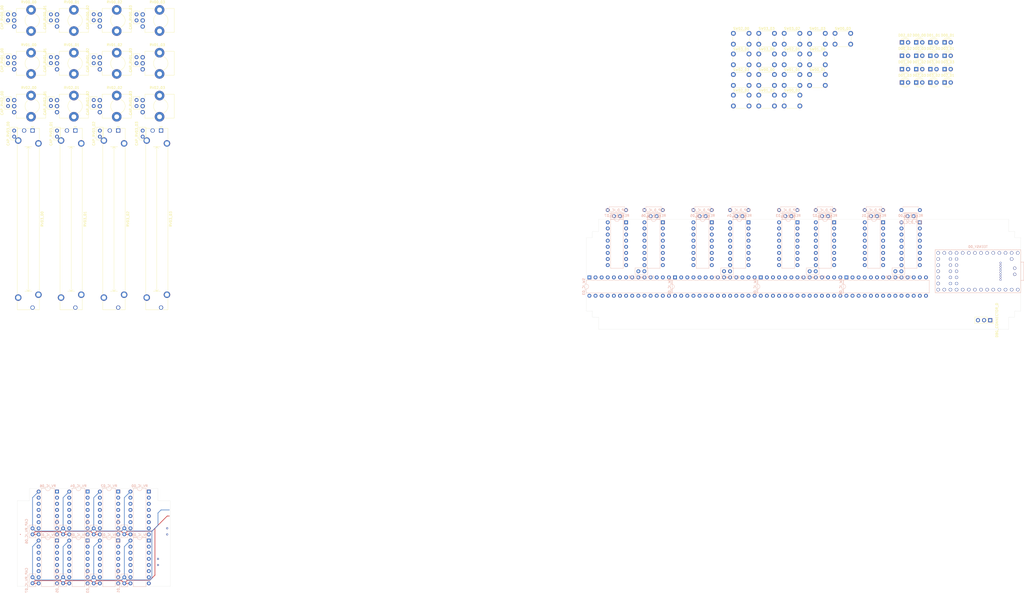
<source format=kicad_pcb>
(kicad_pcb (version 20171130) (host pcbnew 5.1.5)
  (layers (0 F.Cu signal) (1 In1.Cu signal) (2 In2.Cu signal) (3 In3.Cu signal) (4 In4.Cu signal) (5 In5.Cu signal) (6 In6.Cu signal) (7 In7.Cu signal) (8 In8.Cu signal) (31 B.Cu signal) (34 B.Paste user) (35 F.Paste user) (36 B.SilkS user) (37 F.SilkS user) (38 B.Mask user) (39 F.Mask user) (44 Edge.Cuts user))
  (net 0 "")
  (net 1 gnd)
  (net 2 3.3v)
  (net 3 agnd)
  (net 4 RV00_00_wiper)
  (net 5 RV00_01_wiper)
  (net 6 RV00_02_wiper)
  (net 7 RV00_03_wiper)
  (net 8 RV01_00_wiper)
  (net 9 RV01_01_wiper)
  (net 10 RV01_02_wiper)
  (net 11 RV01_03_wiper)
  (net 12 RV02_00_wiper)
  (net 13 RV02_01_wiper)
  (net 14 RV02_02_wiper)
  (net 15 RV02_03_wiper)
  (net 16 RV03_00_wiper)
  (net 17 RV03_01_wiper)
  (net 18 RV03_02_wiper)
  (net 19 RV03_03_wiper)
  (net 20 D00_00_cath)
  (net 21 ext5v)
  (net 22 D00_01_cath)
  (net 23 D00_02_cath)
  (net 24 D00_03_cath)
  (net 25 D01_00_cath)
  (net 26 D01_01_cath)
  (net 27 D01_02_cath)
  (net 28 D01_03_cath)
  (net 29 D02_00_cath)
  (net 30 D02_01_cath)
  (net 31 D02_02_cath)
  (net 32 D02_03_cath)
  (net 33 D03_00_cath)
  (net 34 D03_01_cath)
  (net 35 D03_02_cath)
  (net 36 D03_03_cath)
  (net 37 spi1_clk)
  (net 38 "Net-(D_IC_00-Pad15)")
  (net 39 "Net-(D_IC_01-Pad15)")
  (net 40 spi0_clk)
  (net 41 spi0_miso)
  (net 42 spi0_mosi)
  (net 43 spi1_mosi)
  (net 44 tlc_le)
  (net 45 tlc_oe)
  (net 46 D_IC_SDO_00)
  (net 47 D_IC_SDO_01)
  (net 48 D_IC_SDO_02)
  (net 49 "Net-(D_IC_02-Pad15)")
  (net 50 D_IC_SDO_03)
  (net 51 "Net-(D_IC_03-Pad15)")
  (net 52 D_IC_SDO_04)
  (net 53 "Net-(D_IC_04-Pad15)")
  (net 54 D_IC_SDO_05)
  (net 55 "Net-(D_IC_05-Pad15)")
  (net 56 D_IC_SDO_06)
  (net 57 "Net-(D_IC_06-Pad15)")
  (net 58 "Net-(D_IC_07-Pad15)")
  (net 59 spi0_cs01)
  (net 60 spi0_cs02)
  (net 61 spi0_cs03)
  (net 62 spi0_cs04)
  (net 63 spi0_cs05)
  (net 64 spi0_cs06)
  (net 65 spi0_cs07)
  (net 66 spi0_cs08)
  (net 67 SW00_00_probe)
  (net 68 SW00_01_probe)
  (net 69 SW00_02_probe)
  (net 70 SW00_03_probe)
  (net 71 SW01_00_probe)
  (net 72 SW01_01_probe)
  (net 73 SW01_02_probe)
  (net 74 SW01_03_probe)
  (net 75 SW02_00_probe)
  (net 76 SW02_01_probe)
  (net 77 SW02_02_probe)
  (net 78 SW02_03_probe)
  (net 79 SW03_00_probe)
  (net 80 SW03_01_probe)
  (net 81 SW03_02_probe)
  (net 82 SW03_03_probe)
  (net 83 spi0_cs00)
  (net 84 "Net-(DBG_CONNECTOR_0-Pad3)")
  (net 85 "Net-(DBG_CONNECTOR_0-Pad2)")
  (net 86 "Net-(DBG_CONNECTOR_0-Pad1)")
  (module Connector_PinSocket_2.54mm:PinSocket_1x03_P2.54mm_Vertical (layer F.Cu) (at 344.17 142.24 270)
    (fp_text reference DBG_CONNECTOR_0 (at 0 -2.77 90) (layer F.SilkS))
    (fp_text value Conn_01x03)
    (pad 3 thru_hole oval (at 0 5.08 270) (size 1.7 1.7) (drill 1) (layers *.Cu *.Mask) (net 84 "Net-(DBG_CONNECTOR_0-Pad3)"))
    (pad 2 thru_hole oval (at 0 2.54 270) (size 1.7 1.7) (drill 1) (layers *.Cu *.Mask) (net 85 "Net-(DBG_CONNECTOR_0-Pad2)"))
    (pad 1 thru_hole rect (at 0 0 270) (size 1.7 1.7) (drill 1) (layers *.Cu *.Mask) (net 86 "Net-(DBG_CONNECTOR_0-Pad1)"))
  )
  (module Potentiometers:Potentiometer_Alps_RK09K_Horizontal (layer F.Cu) (at -7.62 55.88)
    (fp_text reference RV02_03 (at 6.05 -10.15) (layer F.SilkS))
    (fp_text value "POT 10kOhm")
    (pad 3 thru_hole circle (at 0 -5) (size 1.8 1.8) (drill 1) (layers *.Cu *.Mask) (net 3 agnd))
    (pad 2 thru_hole circle (at 0 -2.5) (size 1.8 1.8) (drill 1) (layers *.Cu *.Mask) (net 15 RV02_03_wiper))
    (pad 1 thru_hole circle (at 0 0) (size 1.8 1.8) (drill 1) (layers *.Cu *.Mask) (net 2 3.3v))
    (pad 0 np_thru_hole circle (at 7 -6.9) (size 4 4) (drill 2) (layers *.Cu *.Mask))
    (pad 0 np_thru_hole circle (at 7 1.9) (size 4 4) (drill 2) (layers *.Cu *.Mask))
  )
  (module Potentiometers:Potentiometer_Alps_RK09K_Horizontal (layer F.Cu) (at -25.4 55.88)
    (fp_text reference RV02_02 (at 6.05 -10.15) (layer F.SilkS))
    (fp_text value "POT 10kOhm")
    (pad 3 thru_hole circle (at 0 -5) (size 1.8 1.8) (drill 1) (layers *.Cu *.Mask) (net 3 agnd))
    (pad 2 thru_hole circle (at 0 -2.5) (size 1.8 1.8) (drill 1) (layers *.Cu *.Mask) (net 14 RV02_02_wiper))
    (pad 1 thru_hole circle (at 0 0) (size 1.8 1.8) (drill 1) (layers *.Cu *.Mask) (net 2 3.3v))
    (pad 0 np_thru_hole circle (at 7 -6.9) (size 4 4) (drill 2) (layers *.Cu *.Mask))
    (pad 0 np_thru_hole circle (at 7 1.9) (size 4 4) (drill 2) (layers *.Cu *.Mask))
  )
  (module Potentiometers:Potentiometer_Alps_RK09K_Horizontal (layer F.Cu) (at -43.18 55.88)
    (fp_text reference RV02_01 (at 6.05 -10.15) (layer F.SilkS))
    (fp_text value "POT 10kOhm")
    (pad 3 thru_hole circle (at 0 -5) (size 1.8 1.8) (drill 1) (layers *.Cu *.Mask) (net 3 agnd))
    (pad 2 thru_hole circle (at 0 -2.5) (size 1.8 1.8) (drill 1) (layers *.Cu *.Mask) (net 13 RV02_01_wiper))
    (pad 1 thru_hole circle (at 0 0) (size 1.8 1.8) (drill 1) (layers *.Cu *.Mask) (net 2 3.3v))
    (pad 0 np_thru_hole circle (at 7 -6.9) (size 4 4) (drill 2) (layers *.Cu *.Mask))
    (pad 0 np_thru_hole circle (at 7 1.9) (size 4 4) (drill 2) (layers *.Cu *.Mask))
  )
  (module Potentiometers:Potentiometer_Alps_RK09K_Horizontal (layer F.Cu) (at -60.96 55.88)
    (fp_text reference RV02_00 (at 6.05 -10.15) (layer F.SilkS))
    (fp_text value "POT 10kOhm")
    (pad 3 thru_hole circle (at 0 -5) (size 1.8 1.8) (drill 1) (layers *.Cu *.Mask) (net 3 agnd))
    (pad 2 thru_hole circle (at 0 -2.5) (size 1.8 1.8) (drill 1) (layers *.Cu *.Mask) (net 12 RV02_00_wiper))
    (pad 1 thru_hole circle (at 0 0) (size 1.8 1.8) (drill 1) (layers *.Cu *.Mask) (net 2 3.3v))
    (pad 0 np_thru_hole circle (at 7 -6.9) (size 4 4) (drill 2) (layers *.Cu *.Mask))
    (pad 0 np_thru_hole circle (at 7 1.9) (size 4 4) (drill 2) (layers *.Cu *.Mask))
  )
  (module Potentiometers:Potentiometer_Alps_RK09K_Horizontal (layer F.Cu) (at -7.62 38.1)
    (fp_text reference RV01_03 (at 6.05 -10.15) (layer F.SilkS))
    (fp_text value "POT 10kOhm")
    (pad 3 thru_hole circle (at 0 -5) (size 1.8 1.8) (drill 1) (layers *.Cu *.Mask) (net 3 agnd))
    (pad 2 thru_hole circle (at 0 -2.5) (size 1.8 1.8) (drill 1) (layers *.Cu *.Mask) (net 11 RV01_03_wiper))
    (pad 1 thru_hole circle (at 0 0) (size 1.8 1.8) (drill 1) (layers *.Cu *.Mask) (net 2 3.3v))
    (pad 0 np_thru_hole circle (at 7 -6.9) (size 4 4) (drill 2) (layers *.Cu *.Mask))
    (pad 0 np_thru_hole circle (at 7 1.9) (size 4 4) (drill 2) (layers *.Cu *.Mask))
  )
  (module Potentiometers:Potentiometer_Alps_RK09K_Horizontal (layer F.Cu) (at -25.4 38.1)
    (fp_text reference RV01_02 (at 6.05 -10.15) (layer F.SilkS))
    (fp_text value "POT 10kOhm")
    (pad 3 thru_hole circle (at 0 -5) (size 1.8 1.8) (drill 1) (layers *.Cu *.Mask) (net 3 agnd))
    (pad 2 thru_hole circle (at 0 -2.5) (size 1.8 1.8) (drill 1) (layers *.Cu *.Mask) (net 10 RV01_02_wiper))
    (pad 1 thru_hole circle (at 0 0) (size 1.8 1.8) (drill 1) (layers *.Cu *.Mask) (net 2 3.3v))
    (pad 0 np_thru_hole circle (at 7 -6.9) (size 4 4) (drill 2) (layers *.Cu *.Mask))
    (pad 0 np_thru_hole circle (at 7 1.9) (size 4 4) (drill 2) (layers *.Cu *.Mask))
  )
  (module Potentiometers:Potentiometer_Alps_RK09K_Horizontal (layer F.Cu) (at -43.18 38.1)
    (fp_text reference RV01_01 (at 6.05 -10.15) (layer F.SilkS))
    (fp_text value "POT 10kOhm")
    (pad 3 thru_hole circle (at 0 -5) (size 1.8 1.8) (drill 1) (layers *.Cu *.Mask) (net 3 agnd))
    (pad 2 thru_hole circle (at 0 -2.5) (size 1.8 1.8) (drill 1) (layers *.Cu *.Mask) (net 9 RV01_01_wiper))
    (pad 1 thru_hole circle (at 0 0) (size 1.8 1.8) (drill 1) (layers *.Cu *.Mask) (net 2 3.3v))
    (pad 0 np_thru_hole circle (at 7 -6.9) (size 4 4) (drill 2) (layers *.Cu *.Mask))
    (pad 0 np_thru_hole circle (at 7 1.9) (size 4 4) (drill 2) (layers *.Cu *.Mask))
  )
  (module Potentiometers:Potentiometer_Alps_RK09K_Horizontal (layer F.Cu) (at -60.96 38.1)
    (fp_text reference RV01_00 (at 6.05 -10.15) (layer F.SilkS))
    (fp_text value "POT 10kOhm")
    (pad 3 thru_hole circle (at 0 -5) (size 1.8 1.8) (drill 1) (layers *.Cu *.Mask) (net 3 agnd))
    (pad 2 thru_hole circle (at 0 -2.5) (size 1.8 1.8) (drill 1) (layers *.Cu *.Mask) (net 8 RV01_00_wiper))
    (pad 1 thru_hole circle (at 0 0) (size 1.8 1.8) (drill 1) (layers *.Cu *.Mask) (net 2 3.3v))
    (pad 0 np_thru_hole circle (at 7 -6.9) (size 4 4) (drill 2) (layers *.Cu *.Mask))
    (pad 0 np_thru_hole circle (at 7 1.9) (size 4 4) (drill 2) (layers *.Cu *.Mask))
  )
  (module Potentiometers:Potentiometer_Alps_RK09K_Horizontal (layer F.Cu) (at -7.62 20.32)
    (fp_text reference RV00_03 (at 6.05 -10.15) (layer F.SilkS))
    (fp_text value "POT 10kOhm")
    (pad 3 thru_hole circle (at 0 -5) (size 1.8 1.8) (drill 1) (layers *.Cu *.Mask) (net 3 agnd))
    (pad 2 thru_hole circle (at 0 -2.5) (size 1.8 1.8) (drill 1) (layers *.Cu *.Mask) (net 7 RV00_03_wiper))
    (pad 1 thru_hole circle (at 0 0) (size 1.8 1.8) (drill 1) (layers *.Cu *.Mask) (net 2 3.3v))
    (pad 0 np_thru_hole circle (at 7 -6.9) (size 4 4) (drill 2) (layers *.Cu *.Mask))
    (pad 0 np_thru_hole circle (at 7 1.9) (size 4 4) (drill 2) (layers *.Cu *.Mask))
  )
  (module Potentiometers:Potentiometer_Alps_RK09K_Horizontal (layer F.Cu) (at -25.4 20.32)
    (fp_text reference RV00_02 (at 6.05 -10.15) (layer F.SilkS))
    (fp_text value "POT 10kOhm")
    (pad 3 thru_hole circle (at 0 -5) (size 1.8 1.8) (drill 1) (layers *.Cu *.Mask) (net 3 agnd))
    (pad 2 thru_hole circle (at 0 -2.5) (size 1.8 1.8) (drill 1) (layers *.Cu *.Mask) (net 6 RV00_02_wiper))
    (pad 1 thru_hole circle (at 0 0) (size 1.8 1.8) (drill 1) (layers *.Cu *.Mask) (net 2 3.3v))
    (pad 0 np_thru_hole circle (at 7 -6.9) (size 4 4) (drill 2) (layers *.Cu *.Mask))
    (pad 0 np_thru_hole circle (at 7 1.9) (size 4 4) (drill 2) (layers *.Cu *.Mask))
  )
  (module Potentiometers:Potentiometer_Alps_RK09K_Horizontal (layer F.Cu) (at -43.18 20.32)
    (fp_text reference RV00_01 (at 6.05 -10.15) (layer F.SilkS))
    (fp_text value "POT 10kOhm")
    (pad 3 thru_hole circle (at 0 -5) (size 1.8 1.8) (drill 1) (layers *.Cu *.Mask) (net 3 agnd))
    (pad 2 thru_hole circle (at 0 -2.5) (size 1.8 1.8) (drill 1) (layers *.Cu *.Mask) (net 5 RV00_01_wiper))
    (pad 1 thru_hole circle (at 0 0) (size 1.8 1.8) (drill 1) (layers *.Cu *.Mask) (net 2 3.3v))
    (pad 0 np_thru_hole circle (at 7 -6.9) (size 4 4) (drill 2) (layers *.Cu *.Mask))
    (pad 0 np_thru_hole circle (at 7 1.9) (size 4 4) (drill 2) (layers *.Cu *.Mask))
  )
  (module Potentiometers:Potentiometer_Alps_RK09K_Horizontal (layer F.Cu) (at -60.96 20.32)
    (fp_text reference RV00_00 (at 6.05 -10.15) (layer F.SilkS))
    (fp_text value "POT 10kOhm")
    (pad 3 thru_hole circle (at 0 -5) (size 1.8 1.8) (drill 1) (layers *.Cu *.Mask) (net 3 agnd))
    (pad 2 thru_hole circle (at 0 -2.5) (size 1.8 1.8) (drill 1) (layers *.Cu *.Mask) (net 4 RV00_00_wiper))
    (pad 1 thru_hole circle (at 0 0) (size 1.8 1.8) (drill 1) (layers *.Cu *.Mask) (net 2 3.3v))
    (pad 0 np_thru_hole circle (at 7 -6.9) (size 4 4) (drill 2) (layers *.Cu *.Mask))
    (pad 0 np_thru_hole circle (at 7 1.9) (size 4 4) (drill 2) (layers *.Cu *.Mask))
  )
  (module Package_DIP:DIP-28_W7.62mm (layer B.Cu) (at 177.8 124.46 270)
    (fp_text reference SW_IC_03 (at 3.81 2.33 90) (layer B.SilkS) (effects (justify mirror)))
    (fp_text value MCP23S17)
    (pad 28 thru_hole oval (at 7.62 0 270) (size 1.6 1.6) (drill 0.8) (layers *.Cu *.Mask))
    (pad 14 thru_hole oval (at 0 -33.02 270) (size 1.6 1.6) (drill 0.8) (layers *.Cu *.Mask) (net 41 spi0_miso))
    (pad 27 thru_hole oval (at 7.62 -2.54 270) (size 1.6 1.6) (drill 0.8) (layers *.Cu *.Mask))
    (pad 13 thru_hole oval (at 0 -30.48 270) (size 1.6 1.6) (drill 0.8) (layers *.Cu *.Mask) (net 42 spi0_mosi))
    (pad 26 thru_hole oval (at 7.62 -5.08 270) (size 1.6 1.6) (drill 0.8) (layers *.Cu *.Mask))
    (pad 12 thru_hole oval (at 0 -27.94 270) (size 1.6 1.6) (drill 0.8) (layers *.Cu *.Mask) (net 40 spi0_clk))
    (pad 25 thru_hole oval (at 7.62 -7.62 270) (size 1.6 1.6) (drill 0.8) (layers *.Cu *.Mask))
    (pad 11 thru_hole oval (at 0 -25.4 270) (size 1.6 1.6) (drill 0.8) (layers *.Cu *.Mask) (net 83 spi0_cs00))
    (pad 24 thru_hole oval (at 7.62 -10.16 270) (size 1.6 1.6) (drill 0.8) (layers *.Cu *.Mask))
    (pad 10 thru_hole oval (at 0 -22.86 270) (size 1.6 1.6) (drill 0.8) (layers *.Cu *.Mask) (net 1 gnd))
    (pad 23 thru_hole oval (at 7.62 -12.7 270) (size 1.6 1.6) (drill 0.8) (layers *.Cu *.Mask))
    (pad 9 thru_hole oval (at 0 -20.32 270) (size 1.6 1.6) (drill 0.8) (layers *.Cu *.Mask) (net 2 3.3v))
    (pad 22 thru_hole oval (at 7.62 -15.24 270) (size 1.6 1.6) (drill 0.8) (layers *.Cu *.Mask))
    (pad 8 thru_hole oval (at 0 -17.78 270) (size 1.6 1.6) (drill 0.8) (layers *.Cu *.Mask))
    (pad 21 thru_hole oval (at 7.62 -17.78 270) (size 1.6 1.6) (drill 0.8) (layers *.Cu *.Mask))
    (pad 7 thru_hole oval (at 0 -15.24 270) (size 1.6 1.6) (drill 0.8) (layers *.Cu *.Mask))
    (pad 20 thru_hole oval (at 7.62 -20.32 270) (size 1.6 1.6) (drill 0.8) (layers *.Cu *.Mask))
    (pad 6 thru_hole oval (at 0 -12.7 270) (size 1.6 1.6) (drill 0.8) (layers *.Cu *.Mask))
    (pad 19 thru_hole oval (at 7.62 -22.86 270) (size 1.6 1.6) (drill 0.8) (layers *.Cu *.Mask))
    (pad 5 thru_hole oval (at 0 -10.16 270) (size 1.6 1.6) (drill 0.8) (layers *.Cu *.Mask))
    (pad 18 thru_hole oval (at 7.62 -25.4 270) (size 1.6 1.6) (drill 0.8) (layers *.Cu *.Mask) (net 2 3.3v))
    (pad 4 thru_hole oval (at 0 -7.62 270) (size 1.6 1.6) (drill 0.8) (layers *.Cu *.Mask))
    (pad 17 thru_hole oval (at 7.62 -27.94 270) (size 1.6 1.6) (drill 0.8) (layers *.Cu *.Mask) (net 1 gnd))
    (pad 3 thru_hole oval (at 0 -5.08 270) (size 1.6 1.6) (drill 0.8) (layers *.Cu *.Mask))
    (pad 16 thru_hole oval (at 7.62 -30.48 270) (size 1.6 1.6) (drill 0.8) (layers *.Cu *.Mask) (net 2 3.3v))
    (pad 2 thru_hole oval (at 0 -2.54 270) (size 1.6 1.6) (drill 0.8) (layers *.Cu *.Mask))
    (pad 15 thru_hole oval (at 7.62 -33.02 270) (size 1.6 1.6) (drill 0.8) (layers *.Cu *.Mask) (net 2 3.3v))
    (pad 1 thru_hole rect (at 0 0 270) (size 1.6 1.6) (drill 0.8) (layers *.Cu *.Mask))
  )
  (module Package_DIP:DIP-28_W7.62mm (layer B.Cu) (at 213.36 124.46 270)
    (fp_text reference SW_IC_02 (at 3.81 2.33 90) (layer B.SilkS) (effects (justify mirror)))
    (fp_text value MCP23S17)
    (pad 28 thru_hole oval (at 7.62 0 270) (size 1.6 1.6) (drill 0.8) (layers *.Cu *.Mask))
    (pad 14 thru_hole oval (at 0 -33.02 270) (size 1.6 1.6) (drill 0.8) (layers *.Cu *.Mask) (net 41 spi0_miso))
    (pad 27 thru_hole oval (at 7.62 -2.54 270) (size 1.6 1.6) (drill 0.8) (layers *.Cu *.Mask))
    (pad 13 thru_hole oval (at 0 -30.48 270) (size 1.6 1.6) (drill 0.8) (layers *.Cu *.Mask) (net 42 spi0_mosi))
    (pad 26 thru_hole oval (at 7.62 -5.08 270) (size 1.6 1.6) (drill 0.8) (layers *.Cu *.Mask))
    (pad 12 thru_hole oval (at 0 -27.94 270) (size 1.6 1.6) (drill 0.8) (layers *.Cu *.Mask) (net 40 spi0_clk))
    (pad 25 thru_hole oval (at 7.62 -7.62 270) (size 1.6 1.6) (drill 0.8) (layers *.Cu *.Mask))
    (pad 11 thru_hole oval (at 0 -25.4 270) (size 1.6 1.6) (drill 0.8) (layers *.Cu *.Mask) (net 83 spi0_cs00))
    (pad 24 thru_hole oval (at 7.62 -10.16 270) (size 1.6 1.6) (drill 0.8) (layers *.Cu *.Mask))
    (pad 10 thru_hole oval (at 0 -22.86 270) (size 1.6 1.6) (drill 0.8) (layers *.Cu *.Mask) (net 1 gnd))
    (pad 23 thru_hole oval (at 7.62 -12.7 270) (size 1.6 1.6) (drill 0.8) (layers *.Cu *.Mask))
    (pad 9 thru_hole oval (at 0 -20.32 270) (size 1.6 1.6) (drill 0.8) (layers *.Cu *.Mask) (net 2 3.3v))
    (pad 22 thru_hole oval (at 7.62 -15.24 270) (size 1.6 1.6) (drill 0.8) (layers *.Cu *.Mask))
    (pad 8 thru_hole oval (at 0 -17.78 270) (size 1.6 1.6) (drill 0.8) (layers *.Cu *.Mask))
    (pad 21 thru_hole oval (at 7.62 -17.78 270) (size 1.6 1.6) (drill 0.8) (layers *.Cu *.Mask))
    (pad 7 thru_hole oval (at 0 -15.24 270) (size 1.6 1.6) (drill 0.8) (layers *.Cu *.Mask))
    (pad 20 thru_hole oval (at 7.62 -20.32 270) (size 1.6 1.6) (drill 0.8) (layers *.Cu *.Mask))
    (pad 6 thru_hole oval (at 0 -12.7 270) (size 1.6 1.6) (drill 0.8) (layers *.Cu *.Mask))
    (pad 19 thru_hole oval (at 7.62 -22.86 270) (size 1.6 1.6) (drill 0.8) (layers *.Cu *.Mask))
    (pad 5 thru_hole oval (at 0 -10.16 270) (size 1.6 1.6) (drill 0.8) (layers *.Cu *.Mask))
    (pad 18 thru_hole oval (at 7.62 -25.4 270) (size 1.6 1.6) (drill 0.8) (layers *.Cu *.Mask) (net 2 3.3v))
    (pad 4 thru_hole oval (at 0 -7.62 270) (size 1.6 1.6) (drill 0.8) (layers *.Cu *.Mask))
    (pad 17 thru_hole oval (at 7.62 -27.94 270) (size 1.6 1.6) (drill 0.8) (layers *.Cu *.Mask) (net 1 gnd))
    (pad 3 thru_hole oval (at 0 -5.08 270) (size 1.6 1.6) (drill 0.8) (layers *.Cu *.Mask))
    (pad 16 thru_hole oval (at 7.62 -30.48 270) (size 1.6 1.6) (drill 0.8) (layers *.Cu *.Mask) (net 2 3.3v))
    (pad 2 thru_hole oval (at 0 -2.54 270) (size 1.6 1.6) (drill 0.8) (layers *.Cu *.Mask))
    (pad 15 thru_hole oval (at 7.62 -33.02 270) (size 1.6 1.6) (drill 0.8) (layers *.Cu *.Mask) (net 1 gnd))
    (pad 1 thru_hole rect (at 0 0 270) (size 1.6 1.6) (drill 0.8) (layers *.Cu *.Mask))
  )
  (module Package_DIP:DIP-28_W7.62mm (layer B.Cu) (at 248.92 124.46 270)
    (fp_text reference SW_IC_01 (at 3.81 2.33 90) (layer B.SilkS) (effects (justify mirror)))
    (fp_text value MCP23S17)
    (pad 28 thru_hole oval (at 7.62 0 270) (size 1.6 1.6) (drill 0.8) (layers *.Cu *.Mask))
    (pad 14 thru_hole oval (at 0 -33.02 270) (size 1.6 1.6) (drill 0.8) (layers *.Cu *.Mask) (net 41 spi0_miso))
    (pad 27 thru_hole oval (at 7.62 -2.54 270) (size 1.6 1.6) (drill 0.8) (layers *.Cu *.Mask))
    (pad 13 thru_hole oval (at 0 -30.48 270) (size 1.6 1.6) (drill 0.8) (layers *.Cu *.Mask) (net 42 spi0_mosi))
    (pad 26 thru_hole oval (at 7.62 -5.08 270) (size 1.6 1.6) (drill 0.8) (layers *.Cu *.Mask))
    (pad 12 thru_hole oval (at 0 -27.94 270) (size 1.6 1.6) (drill 0.8) (layers *.Cu *.Mask) (net 40 spi0_clk))
    (pad 25 thru_hole oval (at 7.62 -7.62 270) (size 1.6 1.6) (drill 0.8) (layers *.Cu *.Mask))
    (pad 11 thru_hole oval (at 0 -25.4 270) (size 1.6 1.6) (drill 0.8) (layers *.Cu *.Mask) (net 83 spi0_cs00))
    (pad 24 thru_hole oval (at 7.62 -10.16 270) (size 1.6 1.6) (drill 0.8) (layers *.Cu *.Mask))
    (pad 10 thru_hole oval (at 0 -22.86 270) (size 1.6 1.6) (drill 0.8) (layers *.Cu *.Mask) (net 1 gnd))
    (pad 23 thru_hole oval (at 7.62 -12.7 270) (size 1.6 1.6) (drill 0.8) (layers *.Cu *.Mask))
    (pad 9 thru_hole oval (at 0 -20.32 270) (size 1.6 1.6) (drill 0.8) (layers *.Cu *.Mask) (net 2 3.3v))
    (pad 22 thru_hole oval (at 7.62 -15.24 270) (size 1.6 1.6) (drill 0.8) (layers *.Cu *.Mask))
    (pad 8 thru_hole oval (at 0 -17.78 270) (size 1.6 1.6) (drill 0.8) (layers *.Cu *.Mask))
    (pad 21 thru_hole oval (at 7.62 -17.78 270) (size 1.6 1.6) (drill 0.8) (layers *.Cu *.Mask))
    (pad 7 thru_hole oval (at 0 -15.24 270) (size 1.6 1.6) (drill 0.8) (layers *.Cu *.Mask))
    (pad 20 thru_hole oval (at 7.62 -20.32 270) (size 1.6 1.6) (drill 0.8) (layers *.Cu *.Mask))
    (pad 6 thru_hole oval (at 0 -12.7 270) (size 1.6 1.6) (drill 0.8) (layers *.Cu *.Mask))
    (pad 19 thru_hole oval (at 7.62 -22.86 270) (size 1.6 1.6) (drill 0.8) (layers *.Cu *.Mask))
    (pad 5 thru_hole oval (at 0 -10.16 270) (size 1.6 1.6) (drill 0.8) (layers *.Cu *.Mask))
    (pad 18 thru_hole oval (at 7.62 -25.4 270) (size 1.6 1.6) (drill 0.8) (layers *.Cu *.Mask) (net 2 3.3v))
    (pad 4 thru_hole oval (at 0 -7.62 270) (size 1.6 1.6) (drill 0.8) (layers *.Cu *.Mask))
    (pad 17 thru_hole oval (at 7.62 -27.94 270) (size 1.6 1.6) (drill 0.8) (layers *.Cu *.Mask) (net 1 gnd))
    (pad 3 thru_hole oval (at 0 -5.08 270) (size 1.6 1.6) (drill 0.8) (layers *.Cu *.Mask))
    (pad 16 thru_hole oval (at 7.62 -30.48 270) (size 1.6 1.6) (drill 0.8) (layers *.Cu *.Mask) (net 1 gnd))
    (pad 2 thru_hole oval (at 0 -2.54 270) (size 1.6 1.6) (drill 0.8) (layers *.Cu *.Mask))
    (pad 15 thru_hole oval (at 7.62 -33.02 270) (size 1.6 1.6) (drill 0.8) (layers *.Cu *.Mask) (net 2 3.3v))
    (pad 1 thru_hole rect (at 0 0 270) (size 1.6 1.6) (drill 0.8) (layers *.Cu *.Mask))
  )
  (module Package_DIP:DIP-28_W7.62mm (layer B.Cu) (at 284.48 124.46 270)
    (fp_text reference SW_IC_00 (at 3.81 2.33 90) (layer B.SilkS) (effects (justify mirror)))
    (fp_text value MCP23S17)
    (pad 28 thru_hole oval (at 7.62 0 270) (size 1.6 1.6) (drill 0.8) (layers *.Cu *.Mask) (net 80 SW03_01_probe))
    (pad 14 thru_hole oval (at 0 -33.02 270) (size 1.6 1.6) (drill 0.8) (layers *.Cu *.Mask) (net 41 spi0_miso))
    (pad 27 thru_hole oval (at 7.62 -2.54 270) (size 1.6 1.6) (drill 0.8) (layers *.Cu *.Mask) (net 76 SW02_01_probe))
    (pad 13 thru_hole oval (at 0 -30.48 270) (size 1.6 1.6) (drill 0.8) (layers *.Cu *.Mask) (net 42 spi0_mosi))
    (pad 26 thru_hole oval (at 7.62 -5.08 270) (size 1.6 1.6) (drill 0.8) (layers *.Cu *.Mask) (net 72 SW01_01_probe))
    (pad 12 thru_hole oval (at 0 -27.94 270) (size 1.6 1.6) (drill 0.8) (layers *.Cu *.Mask) (net 40 spi0_clk))
    (pad 25 thru_hole oval (at 7.62 -7.62 270) (size 1.6 1.6) (drill 0.8) (layers *.Cu *.Mask) (net 68 SW00_01_probe))
    (pad 11 thru_hole oval (at 0 -25.4 270) (size 1.6 1.6) (drill 0.8) (layers *.Cu *.Mask) (net 83 spi0_cs00))
    (pad 24 thru_hole oval (at 7.62 -10.16 270) (size 1.6 1.6) (drill 0.8) (layers *.Cu *.Mask) (net 79 SW03_00_probe))
    (pad 10 thru_hole oval (at 0 -22.86 270) (size 1.6 1.6) (drill 0.8) (layers *.Cu *.Mask) (net 1 gnd))
    (pad 23 thru_hole oval (at 7.62 -12.7 270) (size 1.6 1.6) (drill 0.8) (layers *.Cu *.Mask) (net 75 SW02_00_probe))
    (pad 9 thru_hole oval (at 0 -20.32 270) (size 1.6 1.6) (drill 0.8) (layers *.Cu *.Mask) (net 2 3.3v))
    (pad 22 thru_hole oval (at 7.62 -15.24 270) (size 1.6 1.6) (drill 0.8) (layers *.Cu *.Mask) (net 71 SW01_00_probe))
    (pad 8 thru_hole oval (at 0 -17.78 270) (size 1.6 1.6) (drill 0.8) (layers *.Cu *.Mask) (net 82 SW03_03_probe))
    (pad 21 thru_hole oval (at 7.62 -17.78 270) (size 1.6 1.6) (drill 0.8) (layers *.Cu *.Mask) (net 67 SW00_00_probe))
    (pad 7 thru_hole oval (at 0 -15.24 270) (size 1.6 1.6) (drill 0.8) (layers *.Cu *.Mask) (net 78 SW02_03_probe))
    (pad 20 thru_hole oval (at 7.62 -20.32 270) (size 1.6 1.6) (drill 0.8) (layers *.Cu *.Mask))
    (pad 6 thru_hole oval (at 0 -12.7 270) (size 1.6 1.6) (drill 0.8) (layers *.Cu *.Mask) (net 74 SW01_03_probe))
    (pad 19 thru_hole oval (at 7.62 -22.86 270) (size 1.6 1.6) (drill 0.8) (layers *.Cu *.Mask))
    (pad 5 thru_hole oval (at 0 -10.16 270) (size 1.6 1.6) (drill 0.8) (layers *.Cu *.Mask) (net 70 SW00_03_probe))
    (pad 18 thru_hole oval (at 7.62 -25.4 270) (size 1.6 1.6) (drill 0.8) (layers *.Cu *.Mask) (net 2 3.3v))
    (pad 4 thru_hole oval (at 0 -7.62 270) (size 1.6 1.6) (drill 0.8) (layers *.Cu *.Mask) (net 81 SW03_02_probe))
    (pad 17 thru_hole oval (at 7.62 -27.94 270) (size 1.6 1.6) (drill 0.8) (layers *.Cu *.Mask) (net 1 gnd))
    (pad 3 thru_hole oval (at 0 -5.08 270) (size 1.6 1.6) (drill 0.8) (layers *.Cu *.Mask) (net 77 SW02_02_probe))
    (pad 16 thru_hole oval (at 7.62 -30.48 270) (size 1.6 1.6) (drill 0.8) (layers *.Cu *.Mask) (net 1 gnd))
    (pad 2 thru_hole oval (at 0 -2.54 270) (size 1.6 1.6) (drill 0.8) (layers *.Cu *.Mask) (net 73 SW01_02_probe))
    (pad 15 thru_hole oval (at 7.62 -33.02 270) (size 1.6 1.6) (drill 0.8) (layers *.Cu *.Mask) (net 1 gnd))
    (pad 1 thru_hole rect (at 0 0 270) (size 1.6 1.6) (drill 0.8) (layers *.Cu *.Mask) (net 69 SW00_02_probe))
  )
  (module Package_DIP:DIP-16_W7.62mm (layer B.Cu) (at -43.18 233.68 180)
    (fp_text reference RV_IC_07 (at 3.81 2.33) (layer B.SilkS) (effects (justify mirror)))
    (fp_text value MCP3008)
    (pad 16 thru_hole oval (at 7.62 0 180) (size 1.6 1.6) (drill 0.8) (layers *.Cu *.Mask) (net 2 3.3v))
    (pad 8 thru_hole oval (at 0 -17.78 180) (size 1.6 1.6) (drill 0.8) (layers *.Cu *.Mask))
    (pad 15 thru_hole oval (at 7.62 -2.54 180) (size 1.6 1.6) (drill 0.8) (layers *.Cu *.Mask) (net 2 3.3v))
    (pad 7 thru_hole oval (at 0 -15.24 180) (size 1.6 1.6) (drill 0.8) (layers *.Cu *.Mask))
    (pad 14 thru_hole oval (at 7.62 -5.08 180) (size 1.6 1.6) (drill 0.8) (layers *.Cu *.Mask) (net 3 agnd))
    (pad 6 thru_hole oval (at 0 -12.7 180) (size 1.6 1.6) (drill 0.8) (layers *.Cu *.Mask))
    (pad 13 thru_hole oval (at 7.62 -7.62 180) (size 1.6 1.6) (drill 0.8) (layers *.Cu *.Mask) (net 40 spi0_clk))
    (pad 5 thru_hole oval (at 0 -10.16 180) (size 1.6 1.6) (drill 0.8) (layers *.Cu *.Mask))
    (pad 12 thru_hole oval (at 7.62 -10.16 180) (size 1.6 1.6) (drill 0.8) (layers *.Cu *.Mask) (net 41 spi0_miso))
    (pad 4 thru_hole oval (at 0 -7.62 180) (size 1.6 1.6) (drill 0.8) (layers *.Cu *.Mask))
    (pad 11 thru_hole oval (at 7.62 -12.7 180) (size 1.6 1.6) (drill 0.8) (layers *.Cu *.Mask) (net 42 spi0_mosi))
    (pad 3 thru_hole oval (at 0 -5.08 180) (size 1.6 1.6) (drill 0.8) (layers *.Cu *.Mask))
    (pad 10 thru_hole oval (at 7.62 -15.24 180) (size 1.6 1.6) (drill 0.8) (layers *.Cu *.Mask) (net 66 spi0_cs08))
    (pad 2 thru_hole oval (at 0 -2.54 180) (size 1.6 1.6) (drill 0.8) (layers *.Cu *.Mask))
    (pad 9 thru_hole oval (at 7.62 -17.78 180) (size 1.6 1.6) (drill 0.8) (layers *.Cu *.Mask) (net 1 gnd))
    (pad 1 thru_hole rect (at 0 0 180) (size 1.6 1.6) (drill 0.8) (layers *.Cu *.Mask))
  )
  (module Package_DIP:DIP-16_W7.62mm (layer B.Cu) (at -43.18 213.36 180)
    (fp_text reference RV_IC_06 (at 3.81 2.33) (layer B.SilkS) (effects (justify mirror)))
    (fp_text value MCP3008)
    (pad 16 thru_hole oval (at 7.62 0 180) (size 1.6 1.6) (drill 0.8) (layers *.Cu *.Mask) (net 2 3.3v))
    (pad 8 thru_hole oval (at 0 -17.78 180) (size 1.6 1.6) (drill 0.8) (layers *.Cu *.Mask))
    (pad 15 thru_hole oval (at 7.62 -2.54 180) (size 1.6 1.6) (drill 0.8) (layers *.Cu *.Mask) (net 2 3.3v))
    (pad 7 thru_hole oval (at 0 -15.24 180) (size 1.6 1.6) (drill 0.8) (layers *.Cu *.Mask))
    (pad 14 thru_hole oval (at 7.62 -5.08 180) (size 1.6 1.6) (drill 0.8) (layers *.Cu *.Mask) (net 3 agnd))
    (pad 6 thru_hole oval (at 0 -12.7 180) (size 1.6 1.6) (drill 0.8) (layers *.Cu *.Mask))
    (pad 13 thru_hole oval (at 7.62 -7.62 180) (size 1.6 1.6) (drill 0.8) (layers *.Cu *.Mask) (net 40 spi0_clk))
    (pad 5 thru_hole oval (at 0 -10.16 180) (size 1.6 1.6) (drill 0.8) (layers *.Cu *.Mask))
    (pad 12 thru_hole oval (at 7.62 -10.16 180) (size 1.6 1.6) (drill 0.8) (layers *.Cu *.Mask) (net 41 spi0_miso))
    (pad 4 thru_hole oval (at 0 -7.62 180) (size 1.6 1.6) (drill 0.8) (layers *.Cu *.Mask))
    (pad 11 thru_hole oval (at 7.62 -12.7 180) (size 1.6 1.6) (drill 0.8) (layers *.Cu *.Mask) (net 42 spi0_mosi))
    (pad 3 thru_hole oval (at 0 -5.08 180) (size 1.6 1.6) (drill 0.8) (layers *.Cu *.Mask))
    (pad 10 thru_hole oval (at 7.62 -15.24 180) (size 1.6 1.6) (drill 0.8) (layers *.Cu *.Mask) (net 65 spi0_cs07))
    (pad 2 thru_hole oval (at 0 -2.54 180) (size 1.6 1.6) (drill 0.8) (layers *.Cu *.Mask))
    (pad 9 thru_hole oval (at 7.62 -17.78 180) (size 1.6 1.6) (drill 0.8) (layers *.Cu *.Mask) (net 1 gnd))
    (pad 1 thru_hole rect (at 0 0 180) (size 1.6 1.6) (drill 0.8) (layers *.Cu *.Mask))
  )
  (module Package_DIP:DIP-16_W7.62mm (layer B.Cu) (at -30.48 233.68 180)
    (fp_text reference RV_IC_05 (at 3.81 2.33) (layer B.SilkS) (effects (justify mirror)))
    (fp_text value MCP3008)
    (pad 16 thru_hole oval (at 7.62 0 180) (size 1.6 1.6) (drill 0.8) (layers *.Cu *.Mask) (net 2 3.3v))
    (pad 8 thru_hole oval (at 0 -17.78 180) (size 1.6 1.6) (drill 0.8) (layers *.Cu *.Mask))
    (pad 15 thru_hole oval (at 7.62 -2.54 180) (size 1.6 1.6) (drill 0.8) (layers *.Cu *.Mask) (net 2 3.3v))
    (pad 7 thru_hole oval (at 0 -15.24 180) (size 1.6 1.6) (drill 0.8) (layers *.Cu *.Mask))
    (pad 14 thru_hole oval (at 7.62 -5.08 180) (size 1.6 1.6) (drill 0.8) (layers *.Cu *.Mask) (net 3 agnd))
    (pad 6 thru_hole oval (at 0 -12.7 180) (size 1.6 1.6) (drill 0.8) (layers *.Cu *.Mask))
    (pad 13 thru_hole oval (at 7.62 -7.62 180) (size 1.6 1.6) (drill 0.8) (layers *.Cu *.Mask) (net 40 spi0_clk))
    (pad 5 thru_hole oval (at 0 -10.16 180) (size 1.6 1.6) (drill 0.8) (layers *.Cu *.Mask))
    (pad 12 thru_hole oval (at 7.62 -10.16 180) (size 1.6 1.6) (drill 0.8) (layers *.Cu *.Mask) (net 41 spi0_miso))
    (pad 4 thru_hole oval (at 0 -7.62 180) (size 1.6 1.6) (drill 0.8) (layers *.Cu *.Mask))
    (pad 11 thru_hole oval (at 7.62 -12.7 180) (size 1.6 1.6) (drill 0.8) (layers *.Cu *.Mask) (net 42 spi0_mosi))
    (pad 3 thru_hole oval (at 0 -5.08 180) (size 1.6 1.6) (drill 0.8) (layers *.Cu *.Mask))
    (pad 10 thru_hole oval (at 7.62 -15.24 180) (size 1.6 1.6) (drill 0.8) (layers *.Cu *.Mask) (net 64 spi0_cs06))
    (pad 2 thru_hole oval (at 0 -2.54 180) (size 1.6 1.6) (drill 0.8) (layers *.Cu *.Mask))
    (pad 9 thru_hole oval (at 7.62 -17.78 180) (size 1.6 1.6) (drill 0.8) (layers *.Cu *.Mask) (net 1 gnd))
    (pad 1 thru_hole rect (at 0 0 180) (size 1.6 1.6) (drill 0.8) (layers *.Cu *.Mask))
  )
  (module Package_DIP:DIP-16_W7.62mm (layer B.Cu) (at -30.48 213.36 180)
    (fp_text reference RV_IC_04 (at 3.81 2.33) (layer B.SilkS) (effects (justify mirror)))
    (fp_text value MCP3008)
    (pad 16 thru_hole oval (at 7.62 0 180) (size 1.6 1.6) (drill 0.8) (layers *.Cu *.Mask) (net 2 3.3v))
    (pad 8 thru_hole oval (at 0 -17.78 180) (size 1.6 1.6) (drill 0.8) (layers *.Cu *.Mask))
    (pad 15 thru_hole oval (at 7.62 -2.54 180) (size 1.6 1.6) (drill 0.8) (layers *.Cu *.Mask) (net 2 3.3v))
    (pad 7 thru_hole oval (at 0 -15.24 180) (size 1.6 1.6) (drill 0.8) (layers *.Cu *.Mask))
    (pad 14 thru_hole oval (at 7.62 -5.08 180) (size 1.6 1.6) (drill 0.8) (layers *.Cu *.Mask) (net 3 agnd))
    (pad 6 thru_hole oval (at 0 -12.7 180) (size 1.6 1.6) (drill 0.8) (layers *.Cu *.Mask))
    (pad 13 thru_hole oval (at 7.62 -7.62 180) (size 1.6 1.6) (drill 0.8) (layers *.Cu *.Mask) (net 40 spi0_clk))
    (pad 5 thru_hole oval (at 0 -10.16 180) (size 1.6 1.6) (drill 0.8) (layers *.Cu *.Mask))
    (pad 12 thru_hole oval (at 7.62 -10.16 180) (size 1.6 1.6) (drill 0.8) (layers *.Cu *.Mask) (net 41 spi0_miso))
    (pad 4 thru_hole oval (at 0 -7.62 180) (size 1.6 1.6) (drill 0.8) (layers *.Cu *.Mask))
    (pad 11 thru_hole oval (at 7.62 -12.7 180) (size 1.6 1.6) (drill 0.8) (layers *.Cu *.Mask) (net 42 spi0_mosi))
    (pad 3 thru_hole oval (at 0 -5.08 180) (size 1.6 1.6) (drill 0.8) (layers *.Cu *.Mask))
    (pad 10 thru_hole oval (at 7.62 -15.24 180) (size 1.6 1.6) (drill 0.8) (layers *.Cu *.Mask) (net 63 spi0_cs05))
    (pad 2 thru_hole oval (at 0 -2.54 180) (size 1.6 1.6) (drill 0.8) (layers *.Cu *.Mask))
    (pad 9 thru_hole oval (at 7.62 -17.78 180) (size 1.6 1.6) (drill 0.8) (layers *.Cu *.Mask) (net 1 gnd))
    (pad 1 thru_hole rect (at 0 0 180) (size 1.6 1.6) (drill 0.8) (layers *.Cu *.Mask))
  )
  (module Package_DIP:DIP-16_W7.62mm (layer B.Cu) (at -17.78 233.68 180)
    (fp_text reference RV_IC_03 (at 3.81 2.33) (layer B.SilkS) (effects (justify mirror)))
    (fp_text value MCP3008)
    (pad 16 thru_hole oval (at 7.62 0 180) (size 1.6 1.6) (drill 0.8) (layers *.Cu *.Mask) (net 2 3.3v))
    (pad 8 thru_hole oval (at 0 -17.78 180) (size 1.6 1.6) (drill 0.8) (layers *.Cu *.Mask))
    (pad 15 thru_hole oval (at 7.62 -2.54 180) (size 1.6 1.6) (drill 0.8) (layers *.Cu *.Mask) (net 2 3.3v))
    (pad 7 thru_hole oval (at 0 -15.24 180) (size 1.6 1.6) (drill 0.8) (layers *.Cu *.Mask))
    (pad 14 thru_hole oval (at 7.62 -5.08 180) (size 1.6 1.6) (drill 0.8) (layers *.Cu *.Mask) (net 3 agnd))
    (pad 6 thru_hole oval (at 0 -12.7 180) (size 1.6 1.6) (drill 0.8) (layers *.Cu *.Mask))
    (pad 13 thru_hole oval (at 7.62 -7.62 180) (size 1.6 1.6) (drill 0.8) (layers *.Cu *.Mask) (net 40 spi0_clk))
    (pad 5 thru_hole oval (at 0 -10.16 180) (size 1.6 1.6) (drill 0.8) (layers *.Cu *.Mask))
    (pad 12 thru_hole oval (at 7.62 -10.16 180) (size 1.6 1.6) (drill 0.8) (layers *.Cu *.Mask) (net 41 spi0_miso))
    (pad 4 thru_hole oval (at 0 -7.62 180) (size 1.6 1.6) (drill 0.8) (layers *.Cu *.Mask))
    (pad 11 thru_hole oval (at 7.62 -12.7 180) (size 1.6 1.6) (drill 0.8) (layers *.Cu *.Mask) (net 42 spi0_mosi))
    (pad 3 thru_hole oval (at 0 -5.08 180) (size 1.6 1.6) (drill 0.8) (layers *.Cu *.Mask))
    (pad 10 thru_hole oval (at 7.62 -15.24 180) (size 1.6 1.6) (drill 0.8) (layers *.Cu *.Mask) (net 62 spi0_cs04))
    (pad 2 thru_hole oval (at 0 -2.54 180) (size 1.6 1.6) (drill 0.8) (layers *.Cu *.Mask))
    (pad 9 thru_hole oval (at 7.62 -17.78 180) (size 1.6 1.6) (drill 0.8) (layers *.Cu *.Mask) (net 1 gnd))
    (pad 1 thru_hole rect (at 0 0 180) (size 1.6 1.6) (drill 0.8) (layers *.Cu *.Mask))
  )
  (module Package_DIP:DIP-16_W7.62mm (layer B.Cu) (at -17.78 213.36 180)
    (fp_text reference RV_IC_02 (at 3.81 2.33) (layer B.SilkS) (effects (justify mirror)))
    (fp_text value MCP3008)
    (pad 16 thru_hole oval (at 7.62 0 180) (size 1.6 1.6) (drill 0.8) (layers *.Cu *.Mask) (net 2 3.3v))
    (pad 8 thru_hole oval (at 0 -17.78 180) (size 1.6 1.6) (drill 0.8) (layers *.Cu *.Mask))
    (pad 15 thru_hole oval (at 7.62 -2.54 180) (size 1.6 1.6) (drill 0.8) (layers *.Cu *.Mask) (net 2 3.3v))
    (pad 7 thru_hole oval (at 0 -15.24 180) (size 1.6 1.6) (drill 0.8) (layers *.Cu *.Mask))
    (pad 14 thru_hole oval (at 7.62 -5.08 180) (size 1.6 1.6) (drill 0.8) (layers *.Cu *.Mask) (net 3 agnd))
    (pad 6 thru_hole oval (at 0 -12.7 180) (size 1.6 1.6) (drill 0.8) (layers *.Cu *.Mask))
    (pad 13 thru_hole oval (at 7.62 -7.62 180) (size 1.6 1.6) (drill 0.8) (layers *.Cu *.Mask) (net 40 spi0_clk))
    (pad 5 thru_hole oval (at 0 -10.16 180) (size 1.6 1.6) (drill 0.8) (layers *.Cu *.Mask))
    (pad 12 thru_hole oval (at 7.62 -10.16 180) (size 1.6 1.6) (drill 0.8) (layers *.Cu *.Mask) (net 41 spi0_miso))
    (pad 4 thru_hole oval (at 0 -7.62 180) (size 1.6 1.6) (drill 0.8) (layers *.Cu *.Mask))
    (pad 11 thru_hole oval (at 7.62 -12.7 180) (size 1.6 1.6) (drill 0.8) (layers *.Cu *.Mask) (net 42 spi0_mosi))
    (pad 3 thru_hole oval (at 0 -5.08 180) (size 1.6 1.6) (drill 0.8) (layers *.Cu *.Mask))
    (pad 10 thru_hole oval (at 7.62 -15.24 180) (size 1.6 1.6) (drill 0.8) (layers *.Cu *.Mask) (net 61 spi0_cs03))
    (pad 2 thru_hole oval (at 0 -2.54 180) (size 1.6 1.6) (drill 0.8) (layers *.Cu *.Mask))
    (pad 9 thru_hole oval (at 7.62 -17.78 180) (size 1.6 1.6) (drill 0.8) (layers *.Cu *.Mask) (net 1 gnd))
    (pad 1 thru_hole rect (at 0 0 180) (size 1.6 1.6) (drill 0.8) (layers *.Cu *.Mask))
  )
  (module Resistors_THT:R_Axial_DIN0207_L6.3mm_D2.5mm_P7.62mm_Horizontal (layer B.Cu) (at 185.42 96.52)
    (fp_text reference REXT_D_IC_07 (at 3.81 2.31) (layer B.SilkS) (effects (justify mirror)))
    (fp_text value "R 3.3kOhm")
    (pad 1 thru_hole circle (at 0 0) (size 1.6 1.6) (drill 0.8) (layers *.Cu *.Mask) (net 58 "Net-(D_IC_07-Pad15)"))
    (pad 2 thru_hole oval (at 7.62 0) (size 1.6 1.6) (drill 0.8) (layers *.Cu *.Mask) (net 1 gnd))
  )
  (module Resistors_THT:R_Axial_DIN0207_L6.3mm_D2.5mm_P7.62mm_Horizontal (layer B.Cu) (at 200.66 96.52)
    (fp_text reference REXT_D_IC_06 (at 3.81 2.31) (layer B.SilkS) (effects (justify mirror)))
    (fp_text value "R 3.3kOhm")
    (pad 1 thru_hole circle (at 0 0) (size 1.6 1.6) (drill 0.8) (layers *.Cu *.Mask) (net 57 "Net-(D_IC_06-Pad15)"))
    (pad 2 thru_hole oval (at 7.62 0) (size 1.6 1.6) (drill 0.8) (layers *.Cu *.Mask) (net 1 gnd))
  )
  (module Resistors_THT:R_Axial_DIN0207_L6.3mm_D2.5mm_P7.62mm_Horizontal (layer B.Cu) (at 220.98 96.52)
    (fp_text reference REXT_D_IC_05 (at 3.81 2.31) (layer B.SilkS) (effects (justify mirror)))
    (fp_text value "R 3.3kOhm")
    (pad 1 thru_hole circle (at 0 0) (size 1.6 1.6) (drill 0.8) (layers *.Cu *.Mask) (net 55 "Net-(D_IC_05-Pad15)"))
    (pad 2 thru_hole oval (at 7.62 0) (size 1.6 1.6) (drill 0.8) (layers *.Cu *.Mask) (net 1 gnd))
  )
  (module Resistors_THT:R_Axial_DIN0207_L6.3mm_D2.5mm_P7.62mm_Horizontal (layer B.Cu) (at 236.22 96.52)
    (fp_text reference REXT_D_IC_04 (at 3.81 2.31) (layer B.SilkS) (effects (justify mirror)))
    (fp_text value "R 3.3kOhm")
    (pad 1 thru_hole circle (at 0 0) (size 1.6 1.6) (drill 0.8) (layers *.Cu *.Mask) (net 53 "Net-(D_IC_04-Pad15)"))
    (pad 2 thru_hole oval (at 7.62 0) (size 1.6 1.6) (drill 0.8) (layers *.Cu *.Mask) (net 1 gnd))
  )
  (module Resistors_THT:R_Axial_DIN0207_L6.3mm_D2.5mm_P7.62mm_Horizontal (layer B.Cu) (at 256.54 96.52)
    (fp_text reference REXT_D_IC_03 (at 3.81 2.31) (layer B.SilkS) (effects (justify mirror)))
    (fp_text value "R 3.3kOhm")
    (pad 1 thru_hole circle (at 0 0) (size 1.6 1.6) (drill 0.8) (layers *.Cu *.Mask) (net 51 "Net-(D_IC_03-Pad15)"))
    (pad 2 thru_hole oval (at 7.62 0) (size 1.6 1.6) (drill 0.8) (layers *.Cu *.Mask) (net 1 gnd))
  )
  (module Resistors_THT:R_Axial_DIN0207_L6.3mm_D2.5mm_P7.62mm_Horizontal (layer B.Cu) (at 271.78 96.52)
    (fp_text reference REXT_D_IC_02 (at 3.81 2.31) (layer B.SilkS) (effects (justify mirror)))
    (fp_text value "R 3.3kOhm")
    (pad 1 thru_hole circle (at 0 0) (size 1.6 1.6) (drill 0.8) (layers *.Cu *.Mask) (net 49 "Net-(D_IC_02-Pad15)"))
    (pad 2 thru_hole oval (at 7.62 0) (size 1.6 1.6) (drill 0.8) (layers *.Cu *.Mask) (net 1 gnd))
  )
  (module Housings_DIP:DIP-16_W7.62mm (layer B.Cu) (at 193.04 101.6 180)
    (fp_text reference D_IC_07 (at 3.81 2.33) (layer B.SilkS) (effects (justify mirror)))
    (fp_text value TLC5916)
    (pad 1 thru_hole rect (at 0 0 180) (size 1.6 1.6) (drill 0.8) (layers *.Cu *.Mask) (net 1 gnd))
    (pad 9 thru_hole oval (at 7.62 -17.78 180) (size 1.6 1.6) (drill 0.8) (layers *.Cu *.Mask))
    (pad 2 thru_hole oval (at 0 -2.54 180) (size 1.6 1.6) (drill 0.8) (layers *.Cu *.Mask) (net 56 D_IC_SDO_06))
    (pad 10 thru_hole oval (at 7.62 -15.24 180) (size 1.6 1.6) (drill 0.8) (layers *.Cu *.Mask))
    (pad 3 thru_hole oval (at 0 -5.08 180) (size 1.6 1.6) (drill 0.8) (layers *.Cu *.Mask) (net 37 spi1_clk))
    (pad 11 thru_hole oval (at 7.62 -12.7 180) (size 1.6 1.6) (drill 0.8) (layers *.Cu *.Mask))
    (pad 4 thru_hole oval (at 0 -7.62 180) (size 1.6 1.6) (drill 0.8) (layers *.Cu *.Mask) (net 44 tlc_le))
    (pad 12 thru_hole oval (at 7.62 -10.16 180) (size 1.6 1.6) (drill 0.8) (layers *.Cu *.Mask))
    (pad 5 thru_hole oval (at 0 -10.16 180) (size 1.6 1.6) (drill 0.8) (layers *.Cu *.Mask))
    (pad 13 thru_hole oval (at 7.62 -7.62 180) (size 1.6 1.6) (drill 0.8) (layers *.Cu *.Mask) (net 45 tlc_oe))
    (pad 6 thru_hole oval (at 0 -12.7 180) (size 1.6 1.6) (drill 0.8) (layers *.Cu *.Mask))
    (pad 14 thru_hole oval (at 7.62 -5.08 180) (size 1.6 1.6) (drill 0.8) (layers *.Cu *.Mask))
    (pad 7 thru_hole oval (at 0 -15.24 180) (size 1.6 1.6) (drill 0.8) (layers *.Cu *.Mask))
    (pad 15 thru_hole oval (at 7.62 -2.54 180) (size 1.6 1.6) (drill 0.8) (layers *.Cu *.Mask) (net 58 "Net-(D_IC_07-Pad15)"))
    (pad 8 thru_hole oval (at 0 -17.78 180) (size 1.6 1.6) (drill 0.8) (layers *.Cu *.Mask))
    (pad 16 thru_hole oval (at 7.62 0 180) (size 1.6 1.6) (drill 0.8) (layers *.Cu *.Mask) (net 2 3.3v))
  )
  (module Housings_DIP:DIP-16_W7.62mm (layer B.Cu) (at 208.28 101.6 180)
    (fp_text reference D_IC_06 (at 3.81 2.33) (layer B.SilkS) (effects (justify mirror)))
    (fp_text value TLC5916)
    (pad 1 thru_hole rect (at 0 0 180) (size 1.6 1.6) (drill 0.8) (layers *.Cu *.Mask) (net 1 gnd))
    (pad 9 thru_hole oval (at 7.62 -17.78 180) (size 1.6 1.6) (drill 0.8) (layers *.Cu *.Mask))
    (pad 2 thru_hole oval (at 0 -2.54 180) (size 1.6 1.6) (drill 0.8) (layers *.Cu *.Mask) (net 54 D_IC_SDO_05))
    (pad 10 thru_hole oval (at 7.62 -15.24 180) (size 1.6 1.6) (drill 0.8) (layers *.Cu *.Mask))
    (pad 3 thru_hole oval (at 0 -5.08 180) (size 1.6 1.6) (drill 0.8) (layers *.Cu *.Mask) (net 37 spi1_clk))
    (pad 11 thru_hole oval (at 7.62 -12.7 180) (size 1.6 1.6) (drill 0.8) (layers *.Cu *.Mask))
    (pad 4 thru_hole oval (at 0 -7.62 180) (size 1.6 1.6) (drill 0.8) (layers *.Cu *.Mask) (net 44 tlc_le))
    (pad 12 thru_hole oval (at 7.62 -10.16 180) (size 1.6 1.6) (drill 0.8) (layers *.Cu *.Mask))
    (pad 5 thru_hole oval (at 0 -10.16 180) (size 1.6 1.6) (drill 0.8) (layers *.Cu *.Mask))
    (pad 13 thru_hole oval (at 7.62 -7.62 180) (size 1.6 1.6) (drill 0.8) (layers *.Cu *.Mask) (net 45 tlc_oe))
    (pad 6 thru_hole oval (at 0 -12.7 180) (size 1.6 1.6) (drill 0.8) (layers *.Cu *.Mask))
    (pad 14 thru_hole oval (at 7.62 -5.08 180) (size 1.6 1.6) (drill 0.8) (layers *.Cu *.Mask) (net 56 D_IC_SDO_06))
    (pad 7 thru_hole oval (at 0 -15.24 180) (size 1.6 1.6) (drill 0.8) (layers *.Cu *.Mask))
    (pad 15 thru_hole oval (at 7.62 -2.54 180) (size 1.6 1.6) (drill 0.8) (layers *.Cu *.Mask) (net 57 "Net-(D_IC_06-Pad15)"))
    (pad 8 thru_hole oval (at 0 -17.78 180) (size 1.6 1.6) (drill 0.8) (layers *.Cu *.Mask))
    (pad 16 thru_hole oval (at 7.62 0 180) (size 1.6 1.6) (drill 0.8) (layers *.Cu *.Mask) (net 2 3.3v))
  )
  (module Housings_DIP:DIP-16_W7.62mm (layer B.Cu) (at 228.6 101.6 180)
    (fp_text reference D_IC_05 (at 3.81 2.33) (layer B.SilkS) (effects (justify mirror)))
    (fp_text value TLC5916)
    (pad 1 thru_hole rect (at 0 0 180) (size 1.6 1.6) (drill 0.8) (layers *.Cu *.Mask) (net 1 gnd))
    (pad 9 thru_hole oval (at 7.62 -17.78 180) (size 1.6 1.6) (drill 0.8) (layers *.Cu *.Mask))
    (pad 2 thru_hole oval (at 0 -2.54 180) (size 1.6 1.6) (drill 0.8) (layers *.Cu *.Mask) (net 52 D_IC_SDO_04))
    (pad 10 thru_hole oval (at 7.62 -15.24 180) (size 1.6 1.6) (drill 0.8) (layers *.Cu *.Mask))
    (pad 3 thru_hole oval (at 0 -5.08 180) (size 1.6 1.6) (drill 0.8) (layers *.Cu *.Mask) (net 37 spi1_clk))
    (pad 11 thru_hole oval (at 7.62 -12.7 180) (size 1.6 1.6) (drill 0.8) (layers *.Cu *.Mask))
    (pad 4 thru_hole oval (at 0 -7.62 180) (size 1.6 1.6) (drill 0.8) (layers *.Cu *.Mask) (net 44 tlc_le))
    (pad 12 thru_hole oval (at 7.62 -10.16 180) (size 1.6 1.6) (drill 0.8) (layers *.Cu *.Mask))
    (pad 5 thru_hole oval (at 0 -10.16 180) (size 1.6 1.6) (drill 0.8) (layers *.Cu *.Mask))
    (pad 13 thru_hole oval (at 7.62 -7.62 180) (size 1.6 1.6) (drill 0.8) (layers *.Cu *.Mask) (net 45 tlc_oe))
    (pad 6 thru_hole oval (at 0 -12.7 180) (size 1.6 1.6) (drill 0.8) (layers *.Cu *.Mask))
    (pad 14 thru_hole oval (at 7.62 -5.08 180) (size 1.6 1.6) (drill 0.8) (layers *.Cu *.Mask) (net 54 D_IC_SDO_05))
    (pad 7 thru_hole oval (at 0 -15.24 180) (size 1.6 1.6) (drill 0.8) (layers *.Cu *.Mask))
    (pad 15 thru_hole oval (at 7.62 -2.54 180) (size 1.6 1.6) (drill 0.8) (layers *.Cu *.Mask) (net 55 "Net-(D_IC_05-Pad15)"))
    (pad 8 thru_hole oval (at 0 -17.78 180) (size 1.6 1.6) (drill 0.8) (layers *.Cu *.Mask))
    (pad 16 thru_hole oval (at 7.62 0 180) (size 1.6 1.6) (drill 0.8) (layers *.Cu *.Mask) (net 2 3.3v))
  )
  (module Housings_DIP:DIP-16_W7.62mm (layer B.Cu) (at 243.84 101.6 180)
    (fp_text reference D_IC_04 (at 3.81 2.33) (layer B.SilkS) (effects (justify mirror)))
    (fp_text value TLC5916)
    (pad 1 thru_hole rect (at 0 0 180) (size 1.6 1.6) (drill 0.8) (layers *.Cu *.Mask) (net 1 gnd))
    (pad 9 thru_hole oval (at 7.62 -17.78 180) (size 1.6 1.6) (drill 0.8) (layers *.Cu *.Mask))
    (pad 2 thru_hole oval (at 0 -2.54 180) (size 1.6 1.6) (drill 0.8) (layers *.Cu *.Mask) (net 50 D_IC_SDO_03))
    (pad 10 thru_hole oval (at 7.62 -15.24 180) (size 1.6 1.6) (drill 0.8) (layers *.Cu *.Mask))
    (pad 3 thru_hole oval (at 0 -5.08 180) (size 1.6 1.6) (drill 0.8) (layers *.Cu *.Mask) (net 37 spi1_clk))
    (pad 11 thru_hole oval (at 7.62 -12.7 180) (size 1.6 1.6) (drill 0.8) (layers *.Cu *.Mask))
    (pad 4 thru_hole oval (at 0 -7.62 180) (size 1.6 1.6) (drill 0.8) (layers *.Cu *.Mask) (net 44 tlc_le))
    (pad 12 thru_hole oval (at 7.62 -10.16 180) (size 1.6 1.6) (drill 0.8) (layers *.Cu *.Mask))
    (pad 5 thru_hole oval (at 0 -10.16 180) (size 1.6 1.6) (drill 0.8) (layers *.Cu *.Mask))
    (pad 13 thru_hole oval (at 7.62 -7.62 180) (size 1.6 1.6) (drill 0.8) (layers *.Cu *.Mask) (net 45 tlc_oe))
    (pad 6 thru_hole oval (at 0 -12.7 180) (size 1.6 1.6) (drill 0.8) (layers *.Cu *.Mask))
    (pad 14 thru_hole oval (at 7.62 -5.08 180) (size 1.6 1.6) (drill 0.8) (layers *.Cu *.Mask) (net 52 D_IC_SDO_04))
    (pad 7 thru_hole oval (at 0 -15.24 180) (size 1.6 1.6) (drill 0.8) (layers *.Cu *.Mask))
    (pad 15 thru_hole oval (at 7.62 -2.54 180) (size 1.6 1.6) (drill 0.8) (layers *.Cu *.Mask) (net 53 "Net-(D_IC_04-Pad15)"))
    (pad 8 thru_hole oval (at 0 -17.78 180) (size 1.6 1.6) (drill 0.8) (layers *.Cu *.Mask))
    (pad 16 thru_hole oval (at 7.62 0 180) (size 1.6 1.6) (drill 0.8) (layers *.Cu *.Mask) (net 2 3.3v))
  )
  (module Housings_DIP:DIP-16_W7.62mm (layer B.Cu) (at 264.16 101.6 180)
    (fp_text reference D_IC_03 (at 3.81 2.33) (layer B.SilkS) (effects (justify mirror)))
    (fp_text value TLC5916)
    (pad 1 thru_hole rect (at 0 0 180) (size 1.6 1.6) (drill 0.8) (layers *.Cu *.Mask) (net 1 gnd))
    (pad 9 thru_hole oval (at 7.62 -17.78 180) (size 1.6 1.6) (drill 0.8) (layers *.Cu *.Mask))
    (pad 2 thru_hole oval (at 0 -2.54 180) (size 1.6 1.6) (drill 0.8) (layers *.Cu *.Mask) (net 48 D_IC_SDO_02))
    (pad 10 thru_hole oval (at 7.62 -15.24 180) (size 1.6 1.6) (drill 0.8) (layers *.Cu *.Mask))
    (pad 3 thru_hole oval (at 0 -5.08 180) (size 1.6 1.6) (drill 0.8) (layers *.Cu *.Mask) (net 37 spi1_clk))
    (pad 11 thru_hole oval (at 7.62 -12.7 180) (size 1.6 1.6) (drill 0.8) (layers *.Cu *.Mask))
    (pad 4 thru_hole oval (at 0 -7.62 180) (size 1.6 1.6) (drill 0.8) (layers *.Cu *.Mask) (net 44 tlc_le))
    (pad 12 thru_hole oval (at 7.62 -10.16 180) (size 1.6 1.6) (drill 0.8) (layers *.Cu *.Mask))
    (pad 5 thru_hole oval (at 0 -10.16 180) (size 1.6 1.6) (drill 0.8) (layers *.Cu *.Mask))
    (pad 13 thru_hole oval (at 7.62 -7.62 180) (size 1.6 1.6) (drill 0.8) (layers *.Cu *.Mask) (net 45 tlc_oe))
    (pad 6 thru_hole oval (at 0 -12.7 180) (size 1.6 1.6) (drill 0.8) (layers *.Cu *.Mask))
    (pad 14 thru_hole oval (at 7.62 -5.08 180) (size 1.6 1.6) (drill 0.8) (layers *.Cu *.Mask) (net 50 D_IC_SDO_03))
    (pad 7 thru_hole oval (at 0 -15.24 180) (size 1.6 1.6) (drill 0.8) (layers *.Cu *.Mask))
    (pad 15 thru_hole oval (at 7.62 -2.54 180) (size 1.6 1.6) (drill 0.8) (layers *.Cu *.Mask) (net 51 "Net-(D_IC_03-Pad15)"))
    (pad 8 thru_hole oval (at 0 -17.78 180) (size 1.6 1.6) (drill 0.8) (layers *.Cu *.Mask))
    (pad 16 thru_hole oval (at 7.62 0 180) (size 1.6 1.6) (drill 0.8) (layers *.Cu *.Mask) (net 2 3.3v))
  )
  (module Housings_DIP:DIP-16_W7.62mm (layer B.Cu) (at 279.4 101.6 180)
    (fp_text reference D_IC_02 (at 3.81 2.33) (layer B.SilkS) (effects (justify mirror)))
    (fp_text value TLC5916)
    (pad 1 thru_hole rect (at 0 0 180) (size 1.6 1.6) (drill 0.8) (layers *.Cu *.Mask) (net 1 gnd))
    (pad 9 thru_hole oval (at 7.62 -17.78 180) (size 1.6 1.6) (drill 0.8) (layers *.Cu *.Mask))
    (pad 2 thru_hole oval (at 0 -2.54 180) (size 1.6 1.6) (drill 0.8) (layers *.Cu *.Mask) (net 47 D_IC_SDO_01))
    (pad 10 thru_hole oval (at 7.62 -15.24 180) (size 1.6 1.6) (drill 0.8) (layers *.Cu *.Mask))
    (pad 3 thru_hole oval (at 0 -5.08 180) (size 1.6 1.6) (drill 0.8) (layers *.Cu *.Mask) (net 37 spi1_clk))
    (pad 11 thru_hole oval (at 7.62 -12.7 180) (size 1.6 1.6) (drill 0.8) (layers *.Cu *.Mask))
    (pad 4 thru_hole oval (at 0 -7.62 180) (size 1.6 1.6) (drill 0.8) (layers *.Cu *.Mask) (net 44 tlc_le))
    (pad 12 thru_hole oval (at 7.62 -10.16 180) (size 1.6 1.6) (drill 0.8) (layers *.Cu *.Mask))
    (pad 5 thru_hole oval (at 0 -10.16 180) (size 1.6 1.6) (drill 0.8) (layers *.Cu *.Mask))
    (pad 13 thru_hole oval (at 7.62 -7.62 180) (size 1.6 1.6) (drill 0.8) (layers *.Cu *.Mask) (net 45 tlc_oe))
    (pad 6 thru_hole oval (at 0 -12.7 180) (size 1.6 1.6) (drill 0.8) (layers *.Cu *.Mask))
    (pad 14 thru_hole oval (at 7.62 -5.08 180) (size 1.6 1.6) (drill 0.8) (layers *.Cu *.Mask) (net 48 D_IC_SDO_02))
    (pad 7 thru_hole oval (at 0 -15.24 180) (size 1.6 1.6) (drill 0.8) (layers *.Cu *.Mask))
    (pad 15 thru_hole oval (at 7.62 -2.54 180) (size 1.6 1.6) (drill 0.8) (layers *.Cu *.Mask) (net 49 "Net-(D_IC_02-Pad15)"))
    (pad 8 thru_hole oval (at 0 -17.78 180) (size 1.6 1.6) (drill 0.8) (layers *.Cu *.Mask))
    (pad 16 thru_hole oval (at 7.62 0 180) (size 1.6 1.6) (drill 0.8) (layers *.Cu *.Mask) (net 2 3.3v))
  )
  (module Capacitor_THT:C_Disc_D5.0mm_W2.5mm_P2.50mm (layer B.Cu) (at 198.12 121.92)
    (fp_text reference CAP_SW_IC_03 (at 1.25 2.5 180) (layer B.SilkS) (effects (justify mirror)))
    (fp_text value "C 10µF")
    (pad 2 thru_hole circle (at 2.5 0) (size 1.6 1.6) (drill 0.8) (layers *.Cu *.Mask) (net 1 gnd))
    (pad 1 thru_hole circle (at 0 0) (size 1.6 1.6) (drill 0.8) (layers *.Cu *.Mask) (net 2 3.3v))
  )
  (module Capacitor_THT:C_Disc_D5.0mm_W2.5mm_P2.50mm (layer B.Cu) (at 233.68 121.92)
    (fp_text reference CAP_SW_IC_02 (at 1.25 2.5 180) (layer B.SilkS) (effects (justify mirror)))
    (fp_text value "C 10µF")
    (pad 2 thru_hole circle (at 2.5 0) (size 1.6 1.6) (drill 0.8) (layers *.Cu *.Mask) (net 1 gnd))
    (pad 1 thru_hole circle (at 0 0) (size 1.6 1.6) (drill 0.8) (layers *.Cu *.Mask) (net 2 3.3v))
  )
  (module Capacitor_THT:C_Disc_D5.0mm_W2.5mm_P2.50mm (layer B.Cu) (at 269.24 121.92)
    (fp_text reference CAP_SW_IC_01 (at 1.25 2.5 180) (layer B.SilkS) (effects (justify mirror)))
    (fp_text value "C 10µF")
    (pad 2 thru_hole circle (at 2.5 0) (size 1.6 1.6) (drill 0.8) (layers *.Cu *.Mask) (net 1 gnd))
    (pad 1 thru_hole circle (at 0 0) (size 1.6 1.6) (drill 0.8) (layers *.Cu *.Mask) (net 2 3.3v))
  )
  (module Capacitor_THT:C_Disc_D5.0mm_W2.5mm_P2.50mm (layer B.Cu) (at 304.8 121.92)
    (fp_text reference CAP_SW_IC_00 (at 1.25 2.5 180) (layer B.SilkS) (effects (justify mirror)))
    (fp_text value "C 10µF")
    (pad 2 thru_hole circle (at 2.5 0) (size 1.6 1.6) (drill 0.8) (layers *.Cu *.Mask) (net 1 gnd))
    (pad 1 thru_hole circle (at 0 0) (size 1.6 1.6) (drill 0.8) (layers *.Cu *.Mask) (net 2 3.3v))
  )
  (module Capacitor_THT:C_Disc_D5.0mm_W2.5mm_P2.50mm (layer B.Cu) (at -53.34 248.92 270)
    (fp_text reference CAP_RV_IC_07 (at 1.25 2.5 270) (layer B.SilkS) (effects (justify mirror)))
    (fp_text value "C 10µF")
    (pad 2 thru_hole circle (at 2.5 0 270) (size 1.6 1.6) (drill 0.8) (layers *.Cu *.Mask) (net 1 gnd))
    (pad 1 thru_hole circle (at 0 0 270) (size 1.6 1.6) (drill 0.8) (layers *.Cu *.Mask) (net 2 3.3v))
  )
  (module Capacitor_THT:C_Disc_D5.0mm_W2.5mm_P2.50mm (layer B.Cu) (at -53.34 228.64 270)
    (fp_text reference CAP_RV_IC_06 (at 1.25 2.5 270) (layer B.SilkS) (effects (justify mirror)))
    (fp_text value "C 10µF")
    (pad 2 thru_hole circle (at 2.5 0 270) (size 1.6 1.6) (drill 0.8) (layers *.Cu *.Mask) (net 1 gnd))
    (pad 1 thru_hole circle (at 0 0 270) (size 1.6 1.6) (drill 0.8) (layers *.Cu *.Mask) (net 2 3.3v))
  )
  (module Capacitor_THT:C_Disc_D5.0mm_W2.5mm_P2.50mm (layer B.Cu) (at -40.64 248.92 270)
    (fp_text reference CAP_RV_IC_05 (at 1.25 2.5 270) (layer B.SilkS) (effects (justify mirror)))
    (fp_text value "C 10µF")
    (pad 2 thru_hole circle (at 2.5 0 270) (size 1.6 1.6) (drill 0.8) (layers *.Cu *.Mask) (net 1 gnd))
    (pad 1 thru_hole circle (at 0 0 270) (size 1.6 1.6) (drill 0.8) (layers *.Cu *.Mask) (net 2 3.3v))
  )
  (module Capacitor_THT:C_Disc_D5.0mm_W2.5mm_P2.50mm (layer B.Cu) (at -40.64 228.64 270)
    (fp_text reference CAP_RV_IC_04 (at 1.25 2.5 270) (layer B.SilkS) (effects (justify mirror)))
    (fp_text value "C 10µF")
    (pad 2 thru_hole circle (at 2.5 0 270) (size 1.6 1.6) (drill 0.8) (layers *.Cu *.Mask) (net 1 gnd))
    (pad 1 thru_hole circle (at 0 0 270) (size 1.6 1.6) (drill 0.8) (layers *.Cu *.Mask) (net 2 3.3v))
  )
  (module Capacitor_THT:C_Disc_D5.0mm_W2.5mm_P2.50mm (layer B.Cu) (at -27.94 248.96 270)
    (fp_text reference CAP_RV_IC_03 (at 1.25 2.5 270) (layer B.SilkS) (effects (justify mirror)))
    (fp_text value "C 10µF")
    (pad 2 thru_hole circle (at 2.5 0 270) (size 1.6 1.6) (drill 0.8) (layers *.Cu *.Mask) (net 1 gnd))
    (pad 1 thru_hole circle (at 0 0 270) (size 1.6 1.6) (drill 0.8) (layers *.Cu *.Mask) (net 2 3.3v))
  )
  (module Capacitor_THT:C_Disc_D5.0mm_W2.5mm_P2.50mm (layer B.Cu) (at -27.94 228.64 270)
    (fp_text reference CAP_RV_IC_02 (at 1.25 2.5 270) (layer B.SilkS) (effects (justify mirror)))
    (fp_text value "C 10µF")
    (pad 2 thru_hole circle (at 2.5 0 270) (size 1.6 1.6) (drill 0.8) (layers *.Cu *.Mask) (net 1 gnd))
    (pad 1 thru_hole circle (at 0 0 270) (size 1.6 1.6) (drill 0.8) (layers *.Cu *.Mask) (net 2 3.3v))
  )
  (module Capacitor_THT:C_Disc_D5.0mm_W2.5mm_P2.50mm (layer B.Cu) (at 190.5 99.06 180)
    (fp_text reference CAP_D_IC_07 (at 1.25 2.5) (layer B.SilkS) (effects (justify mirror)))
    (fp_text value "C 10µF")
    (pad 2 thru_hole circle (at 2.5 0 180) (size 1.6 1.6) (drill 0.8) (layers *.Cu *.Mask) (net 1 gnd))
    (pad 1 thru_hole circle (at 0 0 180) (size 1.6 1.6) (drill 0.8) (layers *.Cu *.Mask) (net 2 3.3v))
  )
  (module Capacitor_THT:C_Disc_D5.0mm_W2.5mm_P2.50mm (layer B.Cu) (at 205.74 99.06 180)
    (fp_text reference CAP_D_IC_06 (at 1.25 2.5) (layer B.SilkS) (effects (justify mirror)))
    (fp_text value "C 10µF")
    (pad 2 thru_hole circle (at 2.5 0 180) (size 1.6 1.6) (drill 0.8) (layers *.Cu *.Mask) (net 1 gnd))
    (pad 1 thru_hole circle (at 0 0 180) (size 1.6 1.6) (drill 0.8) (layers *.Cu *.Mask) (net 2 3.3v))
  )
  (module Capacitor_THT:C_Disc_D5.0mm_W2.5mm_P2.50mm (layer B.Cu) (at 226.06 99.06 180)
    (fp_text reference CAP_D_IC_05 (at 1.25 2.5) (layer B.SilkS) (effects (justify mirror)))
    (fp_text value "C 10µF")
    (pad 2 thru_hole circle (at 2.5 0 180) (size 1.6 1.6) (drill 0.8) (layers *.Cu *.Mask) (net 1 gnd))
    (pad 1 thru_hole circle (at 0 0 180) (size 1.6 1.6) (drill 0.8) (layers *.Cu *.Mask) (net 2 3.3v))
  )
  (module Capacitor_THT:C_Disc_D5.0mm_W2.5mm_P2.50mm (layer B.Cu) (at 241.3 99.06 180)
    (fp_text reference CAP_D_IC_04 (at 1.25 2.5) (layer B.SilkS) (effects (justify mirror)))
    (fp_text value "C 10µF")
    (pad 2 thru_hole circle (at 2.5 0 180) (size 1.6 1.6) (drill 0.8) (layers *.Cu *.Mask) (net 1 gnd))
    (pad 1 thru_hole circle (at 0 0 180) (size 1.6 1.6) (drill 0.8) (layers *.Cu *.Mask) (net 2 3.3v))
  )
  (module Capacitor_THT:C_Disc_D5.0mm_W2.5mm_P2.50mm (layer B.Cu) (at 261.62 99.06 180)
    (fp_text reference CAP_D_IC_03 (at 1.25 2.5) (layer B.SilkS) (effects (justify mirror)))
    (fp_text value "C 10µF")
    (pad 2 thru_hole circle (at 2.5 0 180) (size 1.6 1.6) (drill 0.8) (layers *.Cu *.Mask) (net 1 gnd))
    (pad 1 thru_hole circle (at 0 0 180) (size 1.6 1.6) (drill 0.8) (layers *.Cu *.Mask) (net 2 3.3v))
  )
  (module Capacitor_THT:C_Disc_D5.0mm_W2.5mm_P2.50mm (layer B.Cu) (at 276.86 99.06 180)
    (fp_text reference CAP_D_IC_02 (at 1.25 2.5) (layer B.SilkS) (effects (justify mirror)))
    (fp_text value "C 10µF")
    (pad 2 thru_hole circle (at 2.5 0 180) (size 1.6 1.6) (drill 0.8) (layers *.Cu *.Mask) (net 1 gnd))
    (pad 1 thru_hole circle (at 0 0 180) (size 1.6 1.6) (drill 0.8) (layers *.Cu *.Mask) (net 2 3.3v))
  )
  (module Package_DIP:DIP-16_W7.62mm (layer B.Cu) (at -5.08 233.68 180)
    (fp_text reference RV_IC_01 (at 3.81 2.33) (layer B.SilkS) (effects (justify mirror)))
    (fp_text value MCP3008)
    (pad 16 thru_hole oval (at 7.62 0 180) (size 1.6 1.6) (drill 0.8) (layers *.Cu *.Mask) (net 2 3.3v))
    (pad 8 thru_hole oval (at 0 -17.78 180) (size 1.6 1.6) (drill 0.8) (layers *.Cu *.Mask) (net 19 RV03_03_wiper))
    (pad 15 thru_hole oval (at 7.62 -2.54 180) (size 1.6 1.6) (drill 0.8) (layers *.Cu *.Mask) (net 2 3.3v))
    (pad 7 thru_hole oval (at 0 -15.24 180) (size 1.6 1.6) (drill 0.8) (layers *.Cu *.Mask) (net 15 RV02_03_wiper))
    (pad 14 thru_hole oval (at 7.62 -5.08 180) (size 1.6 1.6) (drill 0.8) (layers *.Cu *.Mask) (net 3 agnd))
    (pad 6 thru_hole oval (at 0 -12.7 180) (size 1.6 1.6) (drill 0.8) (layers *.Cu *.Mask) (net 11 RV01_03_wiper))
    (pad 13 thru_hole oval (at 7.62 -7.62 180) (size 1.6 1.6) (drill 0.8) (layers *.Cu *.Mask) (net 40 spi0_clk))
    (pad 5 thru_hole oval (at 0 -10.16 180) (size 1.6 1.6) (drill 0.8) (layers *.Cu *.Mask) (net 7 RV00_03_wiper))
    (pad 12 thru_hole oval (at 7.62 -10.16 180) (size 1.6 1.6) (drill 0.8) (layers *.Cu *.Mask) (net 41 spi0_miso))
    (pad 4 thru_hole oval (at 0 -7.62 180) (size 1.6 1.6) (drill 0.8) (layers *.Cu *.Mask) (net 18 RV03_02_wiper))
    (pad 11 thru_hole oval (at 7.62 -12.7 180) (size 1.6 1.6) (drill 0.8) (layers *.Cu *.Mask) (net 42 spi0_mosi))
    (pad 3 thru_hole oval (at 0 -5.08 180) (size 1.6 1.6) (drill 0.8) (layers *.Cu *.Mask) (net 14 RV02_02_wiper))
    (pad 10 thru_hole oval (at 7.62 -15.24 180) (size 1.6 1.6) (drill 0.8) (layers *.Cu *.Mask) (net 60 spi0_cs02))
    (pad 2 thru_hole oval (at 0 -2.54 180) (size 1.6 1.6) (drill 0.8) (layers *.Cu *.Mask) (net 10 RV01_02_wiper))
    (pad 9 thru_hole oval (at 7.62 -17.78 180) (size 1.6 1.6) (drill 0.8) (layers *.Cu *.Mask) (net 1 gnd))
    (pad 1 thru_hole rect (at 0 0 180) (size 1.6 1.6) (drill 0.8) (layers *.Cu *.Mask) (net 6 RV00_02_wiper))
  )
  (module Package_DIP:DIP-16_W7.62mm (layer B.Cu) (at -5.08 213.36 180)
    (fp_text reference RV_IC_00 (at 3.81 2.33) (layer B.SilkS) (effects (justify mirror)))
    (fp_text value MCP3008)
    (pad 16 thru_hole oval (at 7.62 0 180) (size 1.6 1.6) (drill 0.8) (layers *.Cu *.Mask) (net 2 3.3v))
    (pad 8 thru_hole oval (at 0 -17.78 180) (size 1.6 1.6) (drill 0.8) (layers *.Cu *.Mask) (net 17 RV03_01_wiper))
    (pad 15 thru_hole oval (at 7.62 -2.54 180) (size 1.6 1.6) (drill 0.8) (layers *.Cu *.Mask) (net 2 3.3v))
    (pad 7 thru_hole oval (at 0 -15.24 180) (size 1.6 1.6) (drill 0.8) (layers *.Cu *.Mask) (net 13 RV02_01_wiper))
    (pad 14 thru_hole oval (at 7.62 -5.08 180) (size 1.6 1.6) (drill 0.8) (layers *.Cu *.Mask) (net 3 agnd))
    (pad 6 thru_hole oval (at 0 -12.7 180) (size 1.6 1.6) (drill 0.8) (layers *.Cu *.Mask) (net 9 RV01_01_wiper))
    (pad 13 thru_hole oval (at 7.62 -7.62 180) (size 1.6 1.6) (drill 0.8) (layers *.Cu *.Mask) (net 40 spi0_clk))
    (pad 5 thru_hole oval (at 0 -10.16 180) (size 1.6 1.6) (drill 0.8) (layers *.Cu *.Mask) (net 5 RV00_01_wiper))
    (pad 12 thru_hole oval (at 7.62 -10.16 180) (size 1.6 1.6) (drill 0.8) (layers *.Cu *.Mask) (net 41 spi0_miso))
    (pad 4 thru_hole oval (at 0 -7.62 180) (size 1.6 1.6) (drill 0.8) (layers *.Cu *.Mask) (net 16 RV03_00_wiper))
    (pad 11 thru_hole oval (at 7.62 -12.7 180) (size 1.6 1.6) (drill 0.8) (layers *.Cu *.Mask) (net 42 spi0_mosi))
    (pad 3 thru_hole oval (at 0 -5.08 180) (size 1.6 1.6) (drill 0.8) (layers *.Cu *.Mask) (net 12 RV02_00_wiper))
    (pad 10 thru_hole oval (at 7.62 -15.24 180) (size 1.6 1.6) (drill 0.8) (layers *.Cu *.Mask) (net 59 spi0_cs01))
    (pad 2 thru_hole oval (at 0 -2.54 180) (size 1.6 1.6) (drill 0.8) (layers *.Cu *.Mask) (net 8 RV01_00_wiper))
    (pad 9 thru_hole oval (at 7.62 -17.78 180) (size 1.6 1.6) (drill 0.8) (layers *.Cu *.Mask) (net 1 gnd))
    (pad 1 thru_hole rect (at 0 0 180) (size 1.6 1.6) (drill 0.8) (layers *.Cu *.Mask) (net 4 RV00_00_wiper))
  )
  (module Resistors_THT:R_Axial_DIN0207_L6.3mm_D2.5mm_P7.62mm_Horizontal (layer B.Cu) (at 292.1 96.52)
    (fp_text reference REXT_D_IC_01 (at 3.81 2.31) (layer B.SilkS) (effects (justify mirror)))
    (fp_text value "R 3.3kOhm")
    (pad 1 thru_hole circle (at 0 0) (size 1.6 1.6) (drill 0.8) (layers *.Cu *.Mask) (net 39 "Net-(D_IC_01-Pad15)"))
    (pad 2 thru_hole oval (at 7.62 0) (size 1.6 1.6) (drill 0.8) (layers *.Cu *.Mask) (net 1 gnd))
  )
  (module Resistors_THT:R_Axial_DIN0207_L6.3mm_D2.5mm_P7.62mm_Horizontal (layer B.Cu) (at 307.34 96.52)
    (fp_text reference REXT_D_IC_00 (at 3.81 2.31) (layer B.SilkS) (effects (justify mirror)))
    (fp_text value "R 3.3kOhm")
    (pad 1 thru_hole circle (at 0 0) (size 1.6 1.6) (drill 0.8) (layers *.Cu *.Mask) (net 38 "Net-(D_IC_00-Pad15)"))
    (pad 2 thru_hole oval (at 7.62 0) (size 1.6 1.6) (drill 0.8) (layers *.Cu *.Mask) (net 1 gnd))
  )
  (module Housings_DIP:DIP-16_W7.62mm (layer B.Cu) (at 299.72 101.6 180)
    (fp_text reference D_IC_01 (at 3.81 2.33) (layer B.SilkS) (effects (justify mirror)))
    (fp_text value TLC5916)
    (pad 1 thru_hole rect (at 0 0 180) (size 1.6 1.6) (drill 0.8) (layers *.Cu *.Mask) (net 1 gnd))
    (pad 9 thru_hole oval (at 7.62 -17.78 180) (size 1.6 1.6) (drill 0.8) (layers *.Cu *.Mask) (net 24 D00_03_cath))
    (pad 2 thru_hole oval (at 0 -2.54 180) (size 1.6 1.6) (drill 0.8) (layers *.Cu *.Mask) (net 46 D_IC_SDO_00))
    (pad 10 thru_hole oval (at 7.62 -15.24 180) (size 1.6 1.6) (drill 0.8) (layers *.Cu *.Mask) (net 28 D01_03_cath))
    (pad 3 thru_hole oval (at 0 -5.08 180) (size 1.6 1.6) (drill 0.8) (layers *.Cu *.Mask) (net 37 spi1_clk))
    (pad 11 thru_hole oval (at 7.62 -12.7 180) (size 1.6 1.6) (drill 0.8) (layers *.Cu *.Mask) (net 32 D02_03_cath))
    (pad 4 thru_hole oval (at 0 -7.62 180) (size 1.6 1.6) (drill 0.8) (layers *.Cu *.Mask) (net 44 tlc_le))
    (pad 12 thru_hole oval (at 7.62 -10.16 180) (size 1.6 1.6) (drill 0.8) (layers *.Cu *.Mask) (net 36 D03_03_cath))
    (pad 5 thru_hole oval (at 0 -10.16 180) (size 1.6 1.6) (drill 0.8) (layers *.Cu *.Mask) (net 22 D00_01_cath))
    (pad 13 thru_hole oval (at 7.62 -7.62 180) (size 1.6 1.6) (drill 0.8) (layers *.Cu *.Mask) (net 45 tlc_oe))
    (pad 6 thru_hole oval (at 0 -12.7 180) (size 1.6 1.6) (drill 0.8) (layers *.Cu *.Mask) (net 26 D01_01_cath))
    (pad 14 thru_hole oval (at 7.62 -5.08 180) (size 1.6 1.6) (drill 0.8) (layers *.Cu *.Mask) (net 47 D_IC_SDO_01))
    (pad 7 thru_hole oval (at 0 -15.24 180) (size 1.6 1.6) (drill 0.8) (layers *.Cu *.Mask) (net 30 D02_01_cath))
    (pad 15 thru_hole oval (at 7.62 -2.54 180) (size 1.6 1.6) (drill 0.8) (layers *.Cu *.Mask) (net 39 "Net-(D_IC_01-Pad15)"))
    (pad 8 thru_hole oval (at 0 -17.78 180) (size 1.6 1.6) (drill 0.8) (layers *.Cu *.Mask) (net 34 D03_01_cath))
    (pad 16 thru_hole oval (at 7.62 0 180) (size 1.6 1.6) (drill 0.8) (layers *.Cu *.Mask) (net 2 3.3v))
  )
  (module Housings_DIP:DIP-16_W7.62mm (layer B.Cu) (at 314.96 101.6 180)
    (fp_text reference D_IC_00 (at 3.81 2.33) (layer B.SilkS) (effects (justify mirror)))
    (fp_text value TLC5916)
    (pad 1 thru_hole rect (at 0 0 180) (size 1.6 1.6) (drill 0.8) (layers *.Cu *.Mask) (net 1 gnd))
    (pad 9 thru_hole oval (at 7.62 -17.78 180) (size 1.6 1.6) (drill 0.8) (layers *.Cu *.Mask) (net 23 D00_02_cath))
    (pad 2 thru_hole oval (at 0 -2.54 180) (size 1.6 1.6) (drill 0.8) (layers *.Cu *.Mask) (net 43 spi1_mosi))
    (pad 10 thru_hole oval (at 7.62 -15.24 180) (size 1.6 1.6) (drill 0.8) (layers *.Cu *.Mask) (net 27 D01_02_cath))
    (pad 3 thru_hole oval (at 0 -5.08 180) (size 1.6 1.6) (drill 0.8) (layers *.Cu *.Mask) (net 37 spi1_clk))
    (pad 11 thru_hole oval (at 7.62 -12.7 180) (size 1.6 1.6) (drill 0.8) (layers *.Cu *.Mask) (net 31 D02_02_cath))
    (pad 4 thru_hole oval (at 0 -7.62 180) (size 1.6 1.6) (drill 0.8) (layers *.Cu *.Mask) (net 44 tlc_le))
    (pad 12 thru_hole oval (at 7.62 -10.16 180) (size 1.6 1.6) (drill 0.8) (layers *.Cu *.Mask) (net 35 D03_02_cath))
    (pad 5 thru_hole oval (at 0 -10.16 180) (size 1.6 1.6) (drill 0.8) (layers *.Cu *.Mask) (net 20 D00_00_cath))
    (pad 13 thru_hole oval (at 7.62 -7.62 180) (size 1.6 1.6) (drill 0.8) (layers *.Cu *.Mask) (net 45 tlc_oe))
    (pad 6 thru_hole oval (at 0 -12.7 180) (size 1.6 1.6) (drill 0.8) (layers *.Cu *.Mask) (net 25 D01_00_cath))
    (pad 14 thru_hole oval (at 7.62 -5.08 180) (size 1.6 1.6) (drill 0.8) (layers *.Cu *.Mask) (net 46 D_IC_SDO_00))
    (pad 7 thru_hole oval (at 0 -15.24 180) (size 1.6 1.6) (drill 0.8) (layers *.Cu *.Mask) (net 29 D02_00_cath))
    (pad 15 thru_hole oval (at 7.62 -2.54 180) (size 1.6 1.6) (drill 0.8) (layers *.Cu *.Mask) (net 38 "Net-(D_IC_00-Pad15)"))
    (pad 8 thru_hole oval (at 0 -17.78 180) (size 1.6 1.6) (drill 0.8) (layers *.Cu *.Mask) (net 33 D03_00_cath))
    (pad 16 thru_hole oval (at 7.62 0 180) (size 1.6 1.6) (drill 0.8) (layers *.Cu *.Mask) (net 2 3.3v))
  )
  (module Capacitor_THT:C_Disc_D5.0mm_W2.5mm_P2.50mm (layer B.Cu) (at -15.24 248.96 270)
    (fp_text reference CAP_RV_IC_01 (at 1.25 2.5 270) (layer B.SilkS) (effects (justify mirror)))
    (fp_text value "C 10µF")
    (pad 2 thru_hole circle (at 2.5 0 270) (size 1.6 1.6) (drill 0.8) (layers *.Cu *.Mask) (net 1 gnd))
    (pad 1 thru_hole circle (at 0 0 270) (size 1.6 1.6) (drill 0.8) (layers *.Cu *.Mask) (net 2 3.3v))
  )
  (module Capacitor_THT:C_Disc_D5.0mm_W2.5mm_P2.50mm (layer B.Cu) (at -15.24 228.6 270)
    (fp_text reference CAP_RV_IC_00 (at 1.25 2.5 270) (layer B.SilkS) (effects (justify mirror)))
    (fp_text value "C 10µF")
    (pad 2 thru_hole circle (at 2.5 0 270) (size 1.6 1.6) (drill 0.8) (layers *.Cu *.Mask) (net 1 gnd))
    (pad 1 thru_hole circle (at 0 0 270) (size 1.6 1.6) (drill 0.8) (layers *.Cu *.Mask) (net 2 3.3v))
  )
  (module Capacitor_THT:C_Disc_D5.0mm_W2.5mm_P2.50mm (layer F.Cu) (at -7.62 66.04 90)
    (fp_text reference CAP_RV03_03 (at 1.25 -2.5 90) (layer F.SilkS))
    (fp_text value "C 10µF")
    (pad 2 thru_hole circle (at 2.5 0 90) (size 1.6 1.6) (drill 0.8) (layers *.Cu *.Mask) (net 3 agnd))
    (pad 1 thru_hole circle (at 0 0 90) (size 1.6 1.6) (drill 0.8) (layers *.Cu *.Mask) (net 19 RV03_03_wiper))
  )
  (module Capacitor_THT:C_Disc_D5.0mm_W2.5mm_P2.50mm (layer F.Cu) (at -25.4 66.04 90)
    (fp_text reference CAP_RV03_02 (at 1.25 -2.5 90) (layer F.SilkS))
    (fp_text value "C 10µF")
    (pad 2 thru_hole circle (at 2.5 0 90) (size 1.6 1.6) (drill 0.8) (layers *.Cu *.Mask) (net 3 agnd))
    (pad 1 thru_hole circle (at 0 0 90) (size 1.6 1.6) (drill 0.8) (layers *.Cu *.Mask) (net 18 RV03_02_wiper))
  )
  (module Capacitor_THT:C_Disc_D5.0mm_W2.5mm_P2.50mm (layer F.Cu) (at -43.18 66.04 90)
    (fp_text reference CAP_RV03_01 (at 1.25 -2.5 90) (layer F.SilkS))
    (fp_text value "C 10µF")
    (pad 2 thru_hole circle (at 2.5 0 90) (size 1.6 1.6) (drill 0.8) (layers *.Cu *.Mask) (net 3 agnd))
    (pad 1 thru_hole circle (at 0 0 90) (size 1.6 1.6) (drill 0.8) (layers *.Cu *.Mask) (net 17 RV03_01_wiper))
  )
  (module Capacitor_THT:C_Disc_D5.0mm_W2.5mm_P2.50mm (layer F.Cu) (at -60.96 66.04 90)
    (fp_text reference CAP_RV03_00 (at 1.25 -2.5 90) (layer F.SilkS))
    (fp_text value "C 10µF")
    (pad 2 thru_hole circle (at 2.5 0 90) (size 1.6 1.6) (drill 0.8) (layers *.Cu *.Mask) (net 3 agnd))
    (pad 1 thru_hole circle (at 0 0 90) (size 1.6 1.6) (drill 0.8) (layers *.Cu *.Mask) (net 16 RV03_00_wiper))
  )
  (module Capacitor_THT:C_Disc_D5.0mm_W2.5mm_P2.50mm (layer F.Cu) (at -10.16 53.34 90)
    (fp_text reference CAP_RV02_03 (at 1.25 -2.5 90) (layer F.SilkS))
    (fp_text value "C 10µF")
    (pad 2 thru_hole circle (at 2.5 0 90) (size 1.6 1.6) (drill 0.8) (layers *.Cu *.Mask) (net 3 agnd))
    (pad 1 thru_hole circle (at 0 0 90) (size 1.6 1.6) (drill 0.8) (layers *.Cu *.Mask) (net 15 RV02_03_wiper))
  )
  (module Capacitor_THT:C_Disc_D5.0mm_W2.5mm_P2.50mm (layer F.Cu) (at -27.94 53.34 90)
    (fp_text reference CAP_RV02_02 (at 1.25 -2.5 90) (layer F.SilkS))
    (fp_text value "C 10µF")
    (pad 2 thru_hole circle (at 2.5 0 90) (size 1.6 1.6) (drill 0.8) (layers *.Cu *.Mask) (net 3 agnd))
    (pad 1 thru_hole circle (at 0 0 90) (size 1.6 1.6) (drill 0.8) (layers *.Cu *.Mask) (net 14 RV02_02_wiper))
  )
  (module Capacitor_THT:C_Disc_D5.0mm_W2.5mm_P2.50mm (layer F.Cu) (at -45.72 53.34 90)
    (fp_text reference CAP_RV02_01 (at 1.25 -2.5 90) (layer F.SilkS))
    (fp_text value "C 10µF")
    (pad 2 thru_hole circle (at 2.5 0 90) (size 1.6 1.6) (drill 0.8) (layers *.Cu *.Mask) (net 3 agnd))
    (pad 1 thru_hole circle (at 0 0 90) (size 1.6 1.6) (drill 0.8) (layers *.Cu *.Mask) (net 13 RV02_01_wiper))
  )
  (module Capacitor_THT:C_Disc_D5.0mm_W2.5mm_P2.50mm (layer F.Cu) (at -63.5 53.34 90)
    (fp_text reference CAP_RV02_00 (at 1.25 -2.5 90) (layer F.SilkS))
    (fp_text value "C 10µF")
    (pad 2 thru_hole circle (at 2.5 0 90) (size 1.6 1.6) (drill 0.8) (layers *.Cu *.Mask) (net 3 agnd))
    (pad 1 thru_hole circle (at 0 0 90) (size 1.6 1.6) (drill 0.8) (layers *.Cu *.Mask) (net 12 RV02_00_wiper))
  )
  (module Capacitor_THT:C_Disc_D5.0mm_W2.5mm_P2.50mm (layer F.Cu) (at -10.16 35.56 90)
    (fp_text reference CAP_RV01_03 (at 1.25 -2.5 90) (layer F.SilkS))
    (fp_text value "C 10µF")
    (pad 2 thru_hole circle (at 2.5 0 90) (size 1.6 1.6) (drill 0.8) (layers *.Cu *.Mask) (net 3 agnd))
    (pad 1 thru_hole circle (at 0 0 90) (size 1.6 1.6) (drill 0.8) (layers *.Cu *.Mask) (net 11 RV01_03_wiper))
  )
  (module Capacitor_THT:C_Disc_D5.0mm_W2.5mm_P2.50mm (layer F.Cu) (at -27.94 35.56 90)
    (fp_text reference CAP_RV01_02 (at 1.25 -2.5 90) (layer F.SilkS))
    (fp_text value "C 10µF")
    (pad 2 thru_hole circle (at 2.5 0 90) (size 1.6 1.6) (drill 0.8) (layers *.Cu *.Mask) (net 3 agnd))
    (pad 1 thru_hole circle (at 0 0 90) (size 1.6 1.6) (drill 0.8) (layers *.Cu *.Mask) (net 10 RV01_02_wiper))
  )
  (module Capacitor_THT:C_Disc_D5.0mm_W2.5mm_P2.50mm (layer F.Cu) (at -45.72 35.52 90)
    (fp_text reference CAP_RV01_01 (at 1.25 -2.5 90) (layer F.SilkS))
    (fp_text value "C 10µF")
    (pad 2 thru_hole circle (at 2.5 0 90) (size 1.6 1.6) (drill 0.8) (layers *.Cu *.Mask) (net 3 agnd))
    (pad 1 thru_hole circle (at 0 0 90) (size 1.6 1.6) (drill 0.8) (layers *.Cu *.Mask) (net 9 RV01_01_wiper))
  )
  (module Capacitor_THT:C_Disc_D5.0mm_W2.5mm_P2.50mm (layer F.Cu) (at -63.5 35.56 90)
    (fp_text reference CAP_RV01_00 (at 1.25 -2.5 90) (layer F.SilkS))
    (fp_text value "C 10µF")
    (pad 2 thru_hole circle (at 2.5 0 90) (size 1.6 1.6) (drill 0.8) (layers *.Cu *.Mask) (net 3 agnd))
    (pad 1 thru_hole circle (at 0 0 90) (size 1.6 1.6) (drill 0.8) (layers *.Cu *.Mask) (net 8 RV01_00_wiper))
  )
  (module Capacitor_THT:C_Disc_D5.0mm_W2.5mm_P2.50mm (layer F.Cu) (at -10.16 17.78 90)
    (fp_text reference CAP_RV00_03 (at 1.25 -2.5 90) (layer F.SilkS))
    (fp_text value "C 10µF")
    (pad 2 thru_hole circle (at 2.5 0 90) (size 1.6 1.6) (drill 0.8) (layers *.Cu *.Mask) (net 3 agnd))
    (pad 1 thru_hole circle (at 0 0 90) (size 1.6 1.6) (drill 0.8) (layers *.Cu *.Mask) (net 7 RV00_03_wiper))
  )
  (module Capacitor_THT:C_Disc_D5.0mm_W2.5mm_P2.50mm (layer F.Cu) (at -27.94 17.74 90)
    (fp_text reference CAP_RV00_02 (at 1.25 -2.5 90) (layer F.SilkS))
    (fp_text value "C 10µF")
    (pad 2 thru_hole circle (at 2.5 0 90) (size 1.6 1.6) (drill 0.8) (layers *.Cu *.Mask) (net 3 agnd))
    (pad 1 thru_hole circle (at 0 0 90) (size 1.6 1.6) (drill 0.8) (layers *.Cu *.Mask) (net 6 RV00_02_wiper))
  )
  (module Capacitor_THT:C_Disc_D5.0mm_W2.5mm_P2.50mm (layer F.Cu) (at -45.72 17.78 90)
    (fp_text reference CAP_RV00_01 (at 1.25 -2.5 90) (layer F.SilkS))
    (fp_text value "C 10µF")
    (pad 2 thru_hole circle (at 2.5 0 90) (size 1.6 1.6) (drill 0.8) (layers *.Cu *.Mask) (net 3 agnd))
    (pad 1 thru_hole circle (at 0 0 90) (size 1.6 1.6) (drill 0.8) (layers *.Cu *.Mask) (net 5 RV00_01_wiper))
  )
  (module Capacitor_THT:C_Disc_D5.0mm_W2.5mm_P2.50mm (layer F.Cu) (at -63.5 17.78 90)
    (fp_text reference CAP_RV00_00 (at 1.25 -2.5 90) (layer F.SilkS))
    (fp_text value "C 10µF")
    (pad 2 thru_hole circle (at 2.5 0 90) (size 1.6 1.6) (drill 0.8) (layers *.Cu *.Mask) (net 3 agnd))
    (pad 1 thru_hole circle (at 0 0 90) (size 1.6 1.6) (drill 0.8) (layers *.Cu *.Mask) (net 4 RV00_00_wiper))
  )
  (module Capacitor_THT:C_Disc_D5.0mm_W2.5mm_P2.50mm (layer B.Cu) (at 297.18 99.06 180)
    (fp_text reference CAP_D_IC_01 (at 1.25 2.5) (layer B.SilkS) (effects (justify mirror)))
    (fp_text value "C 10µF")
    (pad 2 thru_hole circle (at 2.5 0 180) (size 1.6 1.6) (drill 0.8) (layers *.Cu *.Mask) (net 1 gnd))
    (pad 1 thru_hole circle (at 0 0 180) (size 1.6 1.6) (drill 0.8) (layers *.Cu *.Mask) (net 2 3.3v))
  )
  (module Capacitor_THT:C_Disc_D5.0mm_W2.5mm_P2.50mm (layer B.Cu) (at 309.88 99.06)
    (fp_text reference CAP_D_IC_00 (at 1.25 2.5) (layer B.SilkS) (effects (justify mirror)))
    (fp_text value "C 10µF")
    (pad 2 thru_hole circle (at 2.5 0) (size 1.6 1.6) (drill 0.8) (layers *.Cu *.Mask) (net 1 gnd))
    (pad 1 thru_hole circle (at 0 0) (size 1.6 1.6) (drill 0.8) (layers *.Cu *.Mask) (net 2 3.3v))
  )
  (module teensy:Teensy40_SMT (layer B.Cu) (at 339.09 121.92 180)
    (fp_text reference TEENSY_00 (at 0 10.16 180) (layer B.SilkS) (effects (justify mirror)))
    (fp_text value TEENSY)
    (pad 1 thru_hole circle (at -16.51 -7.62 180) (size 1.404 1.404) (drill 1.1) (layers *.Cu *.Mask) (net 3 agnd))
    (pad 2 thru_hole circle (at -13.97 -7.62 180) (size 1.404 1.404) (drill 1.1) (layers *.Cu *.Mask))
    (pad 35 thru_hole circle (at 11.43 5.08 180) (size 1.304 1.304) (drill 1) (layers *.Cu *.Mask))
    (pad 36 thru_hole circle (at 8.89 5.08 180) (size 1.304 1.304) (drill 1) (layers *.Cu *.Mask))
    (pad 37 thru_hole circle (at 11.43 2.54 180) (size 1.304 1.304) (drill 1) (layers *.Cu *.Mask) (net 43 spi1_mosi))
    (pad 38 thru_hole circle (at 8.89 2.54 180) (size 1.304 1.304) (drill 1) (layers *.Cu *.Mask) (net 37 spi1_clk))
    (pad 39 thru_hole circle (at 11.43 0 180) (size 1.304 1.304) (drill 1) (layers *.Cu *.Mask) (net 84 "Net-(DBG_CONNECTOR_0-Pad3)"))
    (pad 40 thru_hole circle (at 8.89 0 180) (size 1.304 1.304) (drill 1) (layers *.Cu *.Mask) (net 85 "Net-(DBG_CONNECTOR_0-Pad2)"))
    (pad 41 thru_hole circle (at 11.43 -2.54 180) (size 1.304 1.304) (drill 1) (layers *.Cu *.Mask))
    (pad 42 thru_hole circle (at 8.89 -2.54 180) (size 1.304 1.304) (drill 1) (layers *.Cu *.Mask))
    (pad 43 thru_hole circle (at 11.43 -5.08 180) (size 1.304 1.304) (drill 1) (layers *.Cu *.Mask))
    (pad 44 thru_hole circle (at 8.89 -5.08 180) (size 1.304 1.304) (drill 1) (layers *.Cu *.Mask))
    (pad 45 thru_hole circle (at -9.3716 3.5 180) (size 0.804 0.804) (drill 0.5) (layers *.Cu *.Mask))
    (pad 46 thru_hole circle (at -9.3716 2.5 180) (size 0.804 0.804) (drill 0.5) (layers *.Cu *.Mask))
    (pad 47 thru_hole circle (at -9.3716 1.5 180) (size 0.804 0.804) (drill 0.5) (layers *.Cu *.Mask) (net 86 "Net-(DBG_CONNECTOR_0-Pad1)"))
    (pad 48 thru_hole circle (at -9.3716 0.5 180) (size 0.804 0.804) (drill 0.5) (layers *.Cu *.Mask))
    (pad 49 thru_hole circle (at -9.3716 -0.5 180) (size 0.804 0.804) (drill 0.5) (layers *.Cu *.Mask))
    (pad 50 thru_hole circle (at -9.3716 -1.5 180) (size 0.804 0.804) (drill 0.5) (layers *.Cu *.Mask))
    (pad 51 thru_hole circle (at -9.3716 -2.5 180) (size 0.804 0.804) (drill 0.5) (layers *.Cu *.Mask))
    (pad 52 thru_hole circle (at -9.3716 -3.5 180) (size 0.804 0.804) (drill 0.5) (layers *.Cu *.Mask))
    (pad 53 thru_hole circle (at -15.24 1.27 180) (size 1.304 1.304) (drill 1) (layers *.Cu *.Mask))
    (pad 54 thru_hole circle (at -15.24 -1.27 180) (size 1.304 1.304) (drill 1) (layers *.Cu *.Mask))
    (pad 3 thru_hole circle (at -11.43 -7.62 180) (size 1.404 1.404) (drill 1.1) (layers *.Cu *.Mask))
    (pad 4 thru_hole circle (at -8.89 -7.62 180) (size 1.404 1.404) (drill 1.1) (layers *.Cu *.Mask) (net 59 spi0_cs01))
    (pad 5 thru_hole circle (at -6.35 -7.62 180) (size 1.404 1.404) (drill 1.1) (layers *.Cu *.Mask) (net 60 spi0_cs02))
    (pad 6 thru_hole circle (at -3.81 -7.62 180) (size 1.404 1.404) (drill 1.1) (layers *.Cu *.Mask) (net 61 spi0_cs03))
    (pad 7 thru_hole circle (at -1.27 -7.62 180) (size 1.404 1.404) (drill 1.1) (layers *.Cu *.Mask) (net 62 spi0_cs04))
    (pad 8 thru_hole circle (at 1.27 -7.62 180) (size 1.404 1.404) (drill 1.1) (layers *.Cu *.Mask) (net 63 spi0_cs05))
    (pad 9 thru_hole circle (at 3.81 -7.62 180) (size 1.404 1.404) (drill 1.1) (layers *.Cu *.Mask) (net 64 spi0_cs06))
    (pad 10 thru_hole circle (at 6.35 -7.62 180) (size 1.404 1.404) (drill 1.1) (layers *.Cu *.Mask) (net 65 spi0_cs07))
    (pad 11 thru_hole circle (at 8.89 -7.62 180) (size 1.404 1.404) (drill 1.1) (layers *.Cu *.Mask) (net 66 spi0_cs08))
    (pad 12 thru_hole circle (at 11.43 -7.62 180) (size 1.404 1.404) (drill 1.1) (layers *.Cu *.Mask) (net 83 spi0_cs00))
    (pad 14 thru_hole circle (at 16.51 -7.62 180) (size 1.404 1.404) (drill 1.1) (layers *.Cu *.Mask) (net 41 spi0_miso))
    (pad 15 thru_hole circle (at 16.51 -5.08 180) (size 1.404 1.404) (drill 1.1) (layers *.Cu *.Mask))
    (pad 16 thru_hole circle (at 16.51 -2.54 180) (size 1.404 1.404) (drill 1.1) (layers *.Cu *.Mask))
    (pad 17 thru_hole circle (at 16.51 0 180) (size 1.404 1.404) (drill 1.1) (layers *.Cu *.Mask))
    (pad 18 thru_hole circle (at 16.51 2.54 180) (size 1.404 1.404) (drill 1.1) (layers *.Cu *.Mask))
    (pad 19 thru_hole circle (at 16.51 5.08 180) (size 1.404 1.404) (drill 1.1) (layers *.Cu *.Mask))
    (pad 20 thru_hole circle (at 16.51 7.62 180) (size 1.404 1.404) (drill 1.1) (layers *.Cu *.Mask) (net 40 spi0_clk))
    (pad 21 thru_hole circle (at 13.97 7.62 180) (size 1.404 1.404) (drill 1.1) (layers *.Cu *.Mask))
    (pad 22 thru_hole circle (at 11.43 7.62 180) (size 1.404 1.404) (drill 1.1) (layers *.Cu *.Mask))
    (pad 23 thru_hole circle (at 8.89 7.62 180) (size 1.404 1.404) (drill 1.1) (layers *.Cu *.Mask))
    (pad 24 thru_hole circle (at 6.35 7.62 180) (size 1.404 1.404) (drill 1.1) (layers *.Cu *.Mask))
    (pad 25 thru_hole circle (at 3.81 7.62 180) (size 1.404 1.404) (drill 1.1) (layers *.Cu *.Mask))
    (pad 26 thru_hole circle (at 1.27 7.62 180) (size 1.404 1.404) (drill 1.1) (layers *.Cu *.Mask))
    (pad 27 thru_hole circle (at -1.27 7.62 180) (size 1.404 1.404) (drill 1.1) (layers *.Cu *.Mask))
    (pad 28 thru_hole circle (at -3.81 7.62 180) (size 1.404 1.404) (drill 1.1) (layers *.Cu *.Mask))
    (pad 29 thru_hole circle (at -6.35 7.62 180) (size 1.404 1.404) (drill 1.1) (layers *.Cu *.Mask) (net 44 tlc_le))
    (pad 30 thru_hole circle (at -8.89 7.62 180) (size 1.404 1.404) (drill 1.1) (layers *.Cu *.Mask) (net 45 tlc_oe))
    (pad 31 thru_hole circle (at -11.43 7.62 180) (size 1.404 1.404) (drill 1.1) (layers *.Cu *.Mask) (net 2 3.3v))
    (pad 32 thru_hole circle (at -13.97 7.62 180) (size 1.404 1.404) (drill 1.1) (layers *.Cu *.Mask) (net 1 gnd))
    (pad 34 thru_hole circle (at -13.97 5.08 180) (size 1.404 1.404) (drill 1.1) (layers *.Cu *.Mask))
    (pad 33 thru_hole circle (at -16.51 7.62 180) (size 1.404 1.404) (drill 1.1) (layers *.Cu *.Mask) (net 21 ext5v))
    (pad 13 thru_hole circle (at 13.97 -7.62 180) (size 1.404 1.404) (drill 1.1) (layers *.Cu *.Mask) (net 42 spi0_mosi))
  )
  (module Buttons_Switches_THT:SW_PUSH_6mm_h9.5mm (layer F.Cu) (at 248.106 23.164)
    (fp_text reference SW03_03 (at 3.25 -2) (layer F.SilkS))
    (fp_text value SW)
    (pad 2 thru_hole circle (at 0 4.5 90) (size 2 2) (drill 1.1) (layers *.Cu *.Mask) (net 82 SW03_03_probe))
    (pad 1 thru_hole circle (at 0 0 90) (size 2 2) (drill 1.1) (layers *.Cu *.Mask) (net 1 gnd))
    (pad 2 thru_hole circle (at 6.5 4.5 90) (size 2 2) (drill 1.1) (layers *.Cu *.Mask) (net 82 SW03_03_probe))
    (pad 1 thru_hole circle (at 6.5 0 90) (size 2 2) (drill 1.1) (layers *.Cu *.Mask) (net 1 gnd))
  )
  (module Buttons_Switches_THT:SW_PUSH_6mm_h9.5mm (layer F.Cu) (at 258.656 23.164)
    (fp_text reference SW03_02 (at 3.25 -2) (layer F.SilkS))
    (fp_text value SW)
    (pad 2 thru_hole circle (at 0 4.5 90) (size 2 2) (drill 1.1) (layers *.Cu *.Mask) (net 81 SW03_02_probe))
    (pad 1 thru_hole circle (at 0 0 90) (size 2 2) (drill 1.1) (layers *.Cu *.Mask) (net 1 gnd))
    (pad 2 thru_hole circle (at 6.5 4.5 90) (size 2 2) (drill 1.1) (layers *.Cu *.Mask) (net 81 SW03_02_probe))
    (pad 1 thru_hole circle (at 6.5 0 90) (size 2 2) (drill 1.1) (layers *.Cu *.Mask) (net 1 gnd))
  )
  (module Buttons_Switches_THT:SW_PUSH_6mm_h9.5mm (layer F.Cu) (at 237.556 31.714)
    (fp_text reference SW03_01 (at 3.25 -2) (layer F.SilkS))
    (fp_text value SW)
    (pad 2 thru_hole circle (at 0 4.5 90) (size 2 2) (drill 1.1) (layers *.Cu *.Mask) (net 80 SW03_01_probe))
    (pad 1 thru_hole circle (at 0 0 90) (size 2 2) (drill 1.1) (layers *.Cu *.Mask) (net 1 gnd))
    (pad 2 thru_hole circle (at 6.5 4.5 90) (size 2 2) (drill 1.1) (layers *.Cu *.Mask) (net 80 SW03_01_probe))
    (pad 1 thru_hole circle (at 6.5 0 90) (size 2 2) (drill 1.1) (layers *.Cu *.Mask) (net 1 gnd))
  )
  (module Buttons_Switches_THT:SW_PUSH_6mm_h9.5mm (layer F.Cu) (at 248.106 31.714)
    (fp_text reference SW03_00 (at 3.25 -2) (layer F.SilkS))
    (fp_text value SW)
    (pad 2 thru_hole circle (at 0 4.5 90) (size 2 2) (drill 1.1) (layers *.Cu *.Mask) (net 79 SW03_00_probe))
    (pad 1 thru_hole circle (at 0 0 90) (size 2 2) (drill 1.1) (layers *.Cu *.Mask) (net 1 gnd))
    (pad 2 thru_hole circle (at 6.5 4.5 90) (size 2 2) (drill 1.1) (layers *.Cu *.Mask) (net 79 SW03_00_probe))
    (pad 1 thru_hole circle (at 6.5 0 90) (size 2 2) (drill 1.1) (layers *.Cu *.Mask) (net 1 gnd))
  )
  (module Buttons_Switches_THT:SW_PUSH_6mm_h9.5mm (layer F.Cu) (at 237.556 40.264)
    (fp_text reference SW02_03 (at 3.25 -2) (layer F.SilkS))
    (fp_text value SW)
    (pad 2 thru_hole circle (at 0 4.5 90) (size 2 2) (drill 1.1) (layers *.Cu *.Mask) (net 78 SW02_03_probe))
    (pad 1 thru_hole circle (at 0 0 90) (size 2 2) (drill 1.1) (layers *.Cu *.Mask) (net 1 gnd))
    (pad 2 thru_hole circle (at 6.5 4.5 90) (size 2 2) (drill 1.1) (layers *.Cu *.Mask) (net 78 SW02_03_probe))
    (pad 1 thru_hole circle (at 6.5 0 90) (size 2 2) (drill 1.1) (layers *.Cu *.Mask) (net 1 gnd))
  )
  (module Buttons_Switches_THT:SW_PUSH_6mm_h9.5mm (layer F.Cu) (at 237.556 48.814)
    (fp_text reference SW02_02 (at 3.25 -2) (layer F.SilkS))
    (fp_text value SW)
    (pad 2 thru_hole circle (at 0 4.5 90) (size 2 2) (drill 1.1) (layers *.Cu *.Mask) (net 77 SW02_02_probe))
    (pad 1 thru_hole circle (at 0 0 90) (size 2 2) (drill 1.1) (layers *.Cu *.Mask) (net 1 gnd))
    (pad 2 thru_hole circle (at 6.5 4.5 90) (size 2 2) (drill 1.1) (layers *.Cu *.Mask) (net 77 SW02_02_probe))
    (pad 1 thru_hole circle (at 6.5 0 90) (size 2 2) (drill 1.1) (layers *.Cu *.Mask) (net 1 gnd))
  )
  (module Buttons_Switches_THT:SW_PUSH_6mm_h9.5mm (layer F.Cu) (at 258.656 31.714)
    (fp_text reference SW02_01 (at 3.25 -2) (layer F.SilkS))
    (fp_text value SW)
    (pad 2 thru_hole circle (at 0 4.5 90) (size 2 2) (drill 1.1) (layers *.Cu *.Mask) (net 76 SW02_01_probe))
    (pad 1 thru_hole circle (at 0 0 90) (size 2 2) (drill 1.1) (layers *.Cu *.Mask) (net 1 gnd))
    (pad 2 thru_hole circle (at 6.5 4.5 90) (size 2 2) (drill 1.1) (layers *.Cu *.Mask) (net 76 SW02_01_probe))
    (pad 1 thru_hole circle (at 6.5 0 90) (size 2 2) (drill 1.1) (layers *.Cu *.Mask) (net 1 gnd))
  )
  (module Buttons_Switches_THT:SW_PUSH_6mm_h9.5mm (layer F.Cu) (at 237.556 23.164)
    (fp_text reference SW02_00 (at 3.25 -2) (layer F.SilkS))
    (fp_text value SW)
    (pad 2 thru_hole circle (at 0 4.5 90) (size 2 2) (drill 1.1) (layers *.Cu *.Mask) (net 75 SW02_00_probe))
    (pad 1 thru_hole circle (at 0 0 90) (size 2 2) (drill 1.1) (layers *.Cu *.Mask) (net 1 gnd))
    (pad 2 thru_hole circle (at 6.5 4.5 90) (size 2 2) (drill 1.1) (layers *.Cu *.Mask) (net 75 SW02_00_probe))
    (pad 1 thru_hole circle (at 6.5 0 90) (size 2 2) (drill 1.1) (layers *.Cu *.Mask) (net 1 gnd))
  )
  (module Buttons_Switches_THT:SW_PUSH_6mm_h9.5mm (layer F.Cu) (at 269.206 23.164)
    (fp_text reference SW01_03 (at 3.25 -2) (layer F.SilkS))
    (fp_text value SW)
    (pad 2 thru_hole circle (at 0 4.5 90) (size 2 2) (drill 1.1) (layers *.Cu *.Mask) (net 74 SW01_03_probe))
    (pad 1 thru_hole circle (at 0 0 90) (size 2 2) (drill 1.1) (layers *.Cu *.Mask) (net 1 gnd))
    (pad 2 thru_hole circle (at 6.5 4.5 90) (size 2 2) (drill 1.1) (layers *.Cu *.Mask) (net 74 SW01_03_probe))
    (pad 1 thru_hole circle (at 6.5 0 90) (size 2 2) (drill 1.1) (layers *.Cu *.Mask) (net 1 gnd))
  )
  (module Buttons_Switches_THT:SW_PUSH_6mm_h9.5mm (layer F.Cu) (at 248.106 48.814)
    (fp_text reference SW01_02 (at 3.25 -2) (layer F.SilkS))
    (fp_text value SW)
    (pad 2 thru_hole circle (at 0 4.5 90) (size 2 2) (drill 1.1) (layers *.Cu *.Mask) (net 73 SW01_02_probe))
    (pad 1 thru_hole circle (at 0 0 90) (size 2 2) (drill 1.1) (layers *.Cu *.Mask) (net 1 gnd))
    (pad 2 thru_hole circle (at 6.5 4.5 90) (size 2 2) (drill 1.1) (layers *.Cu *.Mask) (net 73 SW01_02_probe))
    (pad 1 thru_hole circle (at 6.5 0 90) (size 2 2) (drill 1.1) (layers *.Cu *.Mask) (net 1 gnd))
  )
  (module Buttons_Switches_THT:SW_PUSH_6mm_h9.5mm (layer F.Cu) (at 258.656 40.264)
    (fp_text reference SW01_01 (at 3.25 -2) (layer F.SilkS))
    (fp_text value SW)
    (pad 2 thru_hole circle (at 0 4.5 90) (size 2 2) (drill 1.1) (layers *.Cu *.Mask) (net 72 SW01_01_probe))
    (pad 1 thru_hole circle (at 0 0 90) (size 2 2) (drill 1.1) (layers *.Cu *.Mask) (net 1 gnd))
    (pad 2 thru_hole circle (at 6.5 4.5 90) (size 2 2) (drill 1.1) (layers *.Cu *.Mask) (net 72 SW01_01_probe))
    (pad 1 thru_hole circle (at 6.5 0 90) (size 2 2) (drill 1.1) (layers *.Cu *.Mask) (net 1 gnd))
  )
  (module Buttons_Switches_THT:SW_PUSH_6mm_h9.5mm (layer F.Cu) (at 269.206 31.714)
    (fp_text reference SW01_00 (at 3.25 -2) (layer F.SilkS))
    (fp_text value SW)
    (pad 2 thru_hole circle (at 0 4.5 90) (size 2 2) (drill 1.1) (layers *.Cu *.Mask) (net 71 SW01_00_probe))
    (pad 1 thru_hole circle (at 0 0 90) (size 2 2) (drill 1.1) (layers *.Cu *.Mask) (net 1 gnd))
    (pad 2 thru_hole circle (at 6.5 4.5 90) (size 2 2) (drill 1.1) (layers *.Cu *.Mask) (net 71 SW01_00_probe))
    (pad 1 thru_hole circle (at 6.5 0 90) (size 2 2) (drill 1.1) (layers *.Cu *.Mask) (net 1 gnd))
  )
  (module Buttons_Switches_THT:SW_PUSH_6mm_h9.5mm (layer F.Cu) (at 279.756 23.164)
    (fp_text reference SW00_03 (at 3.25 -2) (layer F.SilkS))
    (fp_text value SW)
    (pad 2 thru_hole circle (at 0 4.5 90) (size 2 2) (drill 1.1) (layers *.Cu *.Mask) (net 70 SW00_03_probe))
    (pad 1 thru_hole circle (at 0 0 90) (size 2 2) (drill 1.1) (layers *.Cu *.Mask) (net 1 gnd))
    (pad 2 thru_hole circle (at 6.5 4.5 90) (size 2 2) (drill 1.1) (layers *.Cu *.Mask) (net 70 SW00_03_probe))
    (pad 1 thru_hole circle (at 6.5 0 90) (size 2 2) (drill 1.1) (layers *.Cu *.Mask) (net 1 gnd))
  )
  (module Buttons_Switches_THT:SW_PUSH_6mm_h9.5mm (layer F.Cu) (at 258.656 48.814)
    (fp_text reference SW00_02 (at 3.25 -2) (layer F.SilkS))
    (fp_text value SW)
    (pad 2 thru_hole circle (at 0 4.5 90) (size 2 2) (drill 1.1) (layers *.Cu *.Mask) (net 69 SW00_02_probe))
    (pad 1 thru_hole circle (at 0 0 90) (size 2 2) (drill 1.1) (layers *.Cu *.Mask) (net 1 gnd))
    (pad 2 thru_hole circle (at 6.5 4.5 90) (size 2 2) (drill 1.1) (layers *.Cu *.Mask) (net 69 SW00_02_probe))
    (pad 1 thru_hole circle (at 6.5 0 90) (size 2 2) (drill 1.1) (layers *.Cu *.Mask) (net 1 gnd))
  )
  (module Buttons_Switches_THT:SW_PUSH_6mm_h9.5mm (layer F.Cu) (at 269.206 40.264)
    (fp_text reference SW00_01 (at 3.25 -2) (layer F.SilkS))
    (fp_text value SW)
    (pad 2 thru_hole circle (at 0 4.5 90) (size 2 2) (drill 1.1) (layers *.Cu *.Mask) (net 68 SW00_01_probe))
    (pad 1 thru_hole circle (at 0 0 90) (size 2 2) (drill 1.1) (layers *.Cu *.Mask) (net 1 gnd))
    (pad 2 thru_hole circle (at 6.5 4.5 90) (size 2 2) (drill 1.1) (layers *.Cu *.Mask) (net 68 SW00_01_probe))
    (pad 1 thru_hole circle (at 6.5 0 90) (size 2 2) (drill 1.1) (layers *.Cu *.Mask) (net 1 gnd))
  )
  (module Buttons_Switches_THT:SW_PUSH_6mm_h9.5mm (layer F.Cu) (at 248.106 40.264)
    (fp_text reference SW00_00 (at 3.25 -2) (layer F.SilkS))
    (fp_text value SW)
    (pad 2 thru_hole circle (at 0 4.5 90) (size 2 2) (drill 1.1) (layers *.Cu *.Mask) (net 67 SW00_00_probe))
    (pad 1 thru_hole circle (at 0 0 90) (size 2 2) (drill 1.1) (layers *.Cu *.Mask) (net 1 gnd))
    (pad 2 thru_hole circle (at 6.5 4.5 90) (size 2 2) (drill 1.1) (layers *.Cu *.Mask) (net 67 SW00_00_probe))
    (pad 1 thru_hole circle (at 6.5 0 90) (size 2 2) (drill 1.1) (layers *.Cu *.Mask) (net 1 gnd))
  )
  (module Potentiometer_THT:Potentiometer_Bourns_PTA6043_Single_Slide (layer F.Cu) (at 0 63.5 270)
    (fp_text reference RV03_03 (at 36.75 -4 90) (layer F.SilkS))
    (fp_text value "FADER 10kOhm")
    (pad MP thru_hole circle (at 69.35 5.95 270) (size 2.7 2.7) (drill 1.7) (layers *.Cu *.Mask))
    (pad MP thru_hole circle (at 4.15 5.95 270) (size 2.7 2.7) (drill 1.7) (layers *.Cu *.Mask))
    (pad MP thru_hole circle (at 68.15 -2.45 270) (size 2.7 2.7) (drill 1.7) (layers *.Cu *.Mask))
    (pad MP thru_hole circle (at 5.35 -2.45 270) (size 2.7 2.7) (drill 1.7) (layers *.Cu *.Mask))
    (pad 3 thru_hole circle (at 73.5 0 270) (size 1.75 1.75) (drill 1.2) (layers *.Cu *.Mask) (net 3 agnd))
    (pad 2 thru_hole circle (at 0 3.5 270) (size 1.75 1.75) (drill 1.2) (layers *.Cu *.Mask) (net 19 RV03_03_wiper))
    (pad 1 thru_hole rect (at 0 0 270) (size 1.75 1.75) (drill 1.2) (layers *.Cu *.Mask) (net 2 3.3v))
  )
  (module Potentiometer_THT:Potentiometer_Bourns_PTA6043_Single_Slide (layer F.Cu) (at -17.78 63.5 270)
    (fp_text reference RV03_02 (at 36.75 -4 90) (layer F.SilkS))
    (fp_text value "FADER 10kOhm")
    (pad MP thru_hole circle (at 69.35 5.95 270) (size 2.7 2.7) (drill 1.7) (layers *.Cu *.Mask))
    (pad MP thru_hole circle (at 4.15 5.95 270) (size 2.7 2.7) (drill 1.7) (layers *.Cu *.Mask))
    (pad MP thru_hole circle (at 68.15 -2.45 270) (size 2.7 2.7) (drill 1.7) (layers *.Cu *.Mask))
    (pad MP thru_hole circle (at 5.35 -2.45 270) (size 2.7 2.7) (drill 1.7) (layers *.Cu *.Mask))
    (pad 3 thru_hole circle (at 73.5 0 270) (size 1.75 1.75) (drill 1.2) (layers *.Cu *.Mask) (net 3 agnd))
    (pad 2 thru_hole circle (at 0 3.5 270) (size 1.75 1.75) (drill 1.2) (layers *.Cu *.Mask) (net 18 RV03_02_wiper))
    (pad 1 thru_hole rect (at 0 0 270) (size 1.75 1.75) (drill 1.2) (layers *.Cu *.Mask) (net 2 3.3v))
  )
  (module Potentiometer_THT:Potentiometer_Bourns_PTA6043_Single_Slide (layer F.Cu) (at -35.56 63.5 270)
    (fp_text reference RV03_01 (at 36.75 -4 90) (layer F.SilkS))
    (fp_text value "FADER 10kOhm")
    (pad MP thru_hole circle (at 69.35 5.95 270) (size 2.7 2.7) (drill 1.7) (layers *.Cu *.Mask))
    (pad MP thru_hole circle (at 4.15 5.95 270) (size 2.7 2.7) (drill 1.7) (layers *.Cu *.Mask))
    (pad MP thru_hole circle (at 68.15 -2.45 270) (size 2.7 2.7) (drill 1.7) (layers *.Cu *.Mask))
    (pad MP thru_hole circle (at 5.35 -2.45 270) (size 2.7 2.7) (drill 1.7) (layers *.Cu *.Mask))
    (pad 3 thru_hole circle (at 73.5 0 270) (size 1.75 1.75) (drill 1.2) (layers *.Cu *.Mask) (net 3 agnd))
    (pad 2 thru_hole circle (at 0 3.5 270) (size 1.75 1.75) (drill 1.2) (layers *.Cu *.Mask) (net 17 RV03_01_wiper))
    (pad 1 thru_hole rect (at 0 0 270) (size 1.75 1.75) (drill 1.2) (layers *.Cu *.Mask) (net 2 3.3v))
  )
  (module Potentiometer_THT:Potentiometer_Bourns_PTA6043_Single_Slide (layer F.Cu) (at -53.34 63.5 270)
    (fp_text reference RV03_00 (at 36.75 -4 90) (layer F.SilkS))
    (fp_text value "FADER 10kOhm")
    (pad MP thru_hole circle (at 69.35 5.95 270) (size 2.7 2.7) (drill 1.7) (layers *.Cu *.Mask))
    (pad MP thru_hole circle (at 4.15 5.95 270) (size 2.7 2.7) (drill 1.7) (layers *.Cu *.Mask))
    (pad MP thru_hole circle (at 68.15 -2.45 270) (size 2.7 2.7) (drill 1.7) (layers *.Cu *.Mask))
    (pad MP thru_hole circle (at 5.35 -2.45 270) (size 2.7 2.7) (drill 1.7) (layers *.Cu *.Mask))
    (pad 3 thru_hole circle (at 73.5 0 270) (size 1.75 1.75) (drill 1.2) (layers *.Cu *.Mask) (net 3 agnd))
    (pad 2 thru_hole circle (at 0 3.5 270) (size 1.75 1.75) (drill 1.2) (layers *.Cu *.Mask) (net 16 RV03_00_wiper))
    (pad 1 thru_hole rect (at 0 0 270) (size 1.75 1.75) (drill 1.2) (layers *.Cu *.Mask) (net 2 3.3v))
  )
  (module LEDs:LED_D3.0mm (layer F.Cu) (at 325.236 38.024)
    (fp_text reference D03_03 (at 1.27 -2.96) (layer F.SilkS))
    (fp_text value LED)
    (pad 1 thru_hole rect (at 0 0) (size 1.8 1.8) (drill 0.9) (layers *.Cu *.Mask) (net 36 D03_03_cath))
    (pad 2 thru_hole circle (at 2.54 0) (size 1.8 1.8) (drill 0.9) (layers *.Cu *.Mask) (net 21 ext5v))
  )
  (module LEDs:LED_D3.0mm (layer F.Cu) (at 319.336 43.574)
    (fp_text reference D03_02 (at 1.27 -2.96) (layer F.SilkS))
    (fp_text value "LED w")
    (pad 1 thru_hole rect (at 0 0) (size 1.8 1.8) (drill 0.9) (layers *.Cu *.Mask) (net 35 D03_02_cath))
    (pad 2 thru_hole circle (at 2.54 0) (size 1.8 1.8) (drill 0.9) (layers *.Cu *.Mask) (net 21 ext5v))
  )
  (module LEDs:LED_D3.0mm (layer F.Cu) (at 325.236 32.474)
    (fp_text reference D03_01 (at 1.27 -2.96) (layer F.SilkS))
    (fp_text value LED)
    (pad 1 thru_hole rect (at 0 0) (size 1.8 1.8) (drill 0.9) (layers *.Cu *.Mask) (net 34 D03_01_cath))
    (pad 2 thru_hole circle (at 2.54 0) (size 1.8 1.8) (drill 0.9) (layers *.Cu *.Mask) (net 21 ext5v))
  )
  (module LEDs:LED_D3.0mm (layer F.Cu) (at 319.336 38.024)
    (fp_text reference D03_00 (at 1.27 -2.96) (layer F.SilkS))
    (fp_text value "LED w")
    (pad 1 thru_hole rect (at 0 0) (size 1.8 1.8) (drill 0.9) (layers *.Cu *.Mask) (net 33 D03_00_cath))
    (pad 2 thru_hole circle (at 2.54 0) (size 1.8 1.8) (drill 0.9) (layers *.Cu *.Mask) (net 21 ext5v))
  )
  (module LEDs:LED_D3.0mm (layer F.Cu) (at 313.436 43.574)
    (fp_text reference D02_03 (at 1.27 -2.96) (layer F.SilkS))
    (fp_text value LED)
    (pad 1 thru_hole rect (at 0 0) (size 1.8 1.8) (drill 0.9) (layers *.Cu *.Mask) (net 32 D02_03_cath))
    (pad 2 thru_hole circle (at 2.54 0) (size 1.8 1.8) (drill 0.9) (layers *.Cu *.Mask) (net 21 ext5v))
  )
  (module LEDs:LED_D3.0mm (layer F.Cu) (at 307.536 26.924)
    (fp_text reference D02_02 (at 1.27 -2.96) (layer F.SilkS))
    (fp_text value "LED w")
    (pad 1 thru_hole rect (at 0 0) (size 1.8 1.8) (drill 0.9) (layers *.Cu *.Mask) (net 31 D02_02_cath))
    (pad 2 thru_hole circle (at 2.54 0) (size 1.8 1.8) (drill 0.9) (layers *.Cu *.Mask) (net 21 ext5v))
  )
  (module LEDs:LED_D3.0mm (layer F.Cu) (at 325.236 43.574)
    (fp_text reference D02_01 (at 1.27 -2.96) (layer F.SilkS))
    (fp_text value LED)
    (pad 1 thru_hole rect (at 0 0) (size 1.8 1.8) (drill 0.9) (layers *.Cu *.Mask) (net 30 D02_01_cath))
    (pad 2 thru_hole circle (at 2.54 0) (size 1.8 1.8) (drill 0.9) (layers *.Cu *.Mask) (net 21 ext5v))
  )
  (module LEDs:LED_D3.0mm (layer F.Cu) (at 319.336 32.474)
    (fp_text reference D02_00 (at 1.27 -2.96) (layer F.SilkS))
    (fp_text value "LED w")
    (pad 1 thru_hole rect (at 0 0) (size 1.8 1.8) (drill 0.9) (layers *.Cu *.Mask) (net 29 D02_00_cath))
    (pad 2 thru_hole circle (at 2.54 0) (size 1.8 1.8) (drill 0.9) (layers *.Cu *.Mask) (net 21 ext5v))
  )
  (module LEDs:LED_D3.0mm (layer F.Cu) (at 307.536 43.574)
    (fp_text reference D01_03 (at 1.27 -2.96) (layer F.SilkS))
    (fp_text value LED)
    (pad 1 thru_hole rect (at 0 0) (size 1.8 1.8) (drill 0.9) (layers *.Cu *.Mask) (net 28 D01_03_cath))
    (pad 2 thru_hole circle (at 2.54 0) (size 1.8 1.8) (drill 0.9) (layers *.Cu *.Mask) (net 21 ext5v))
  )
  (module LEDs:LED_D3.0mm (layer F.Cu) (at 313.436 38.024)
    (fp_text reference D01_02 (at 1.27 -2.96) (layer F.SilkS))
    (fp_text value "LED w")
    (pad 1 thru_hole rect (at 0 0) (size 1.8 1.8) (drill 0.9) (layers *.Cu *.Mask) (net 27 D01_02_cath))
    (pad 2 thru_hole circle (at 2.54 0) (size 1.8 1.8) (drill 0.9) (layers *.Cu *.Mask) (net 21 ext5v))
  )
  (module LEDs:LED_D3.0mm (layer F.Cu) (at 319.336 26.924)
    (fp_text reference D01_01 (at 1.27 -2.96) (layer F.SilkS))
    (fp_text value LED)
    (pad 1 thru_hole rect (at 0 0) (size 1.8 1.8) (drill 0.9) (layers *.Cu *.Mask) (net 26 D01_01_cath))
    (pad 2 thru_hole circle (at 2.54 0) (size 1.8 1.8) (drill 0.9) (layers *.Cu *.Mask) (net 21 ext5v))
  )
  (module LEDs:LED_D3.0mm (layer F.Cu) (at 307.536 38.024)
    (fp_text reference D01_00 (at 1.27 -2.96) (layer F.SilkS))
    (fp_text value "LED w")
    (pad 1 thru_hole rect (at 0 0) (size 1.8 1.8) (drill 0.9) (layers *.Cu *.Mask) (net 25 D01_00_cath))
    (pad 2 thru_hole circle (at 2.54 0) (size 1.8 1.8) (drill 0.9) (layers *.Cu *.Mask) (net 21 ext5v))
  )
  (module LEDs:LED_D3.0mm (layer F.Cu) (at 313.436 32.474)
    (fp_text reference D00_03 (at 1.27 -2.96) (layer F.SilkS))
    (fp_text value LED)
    (pad 1 thru_hole rect (at 0 0) (size 1.8 1.8) (drill 0.9) (layers *.Cu *.Mask) (net 24 D00_03_cath))
    (pad 2 thru_hole circle (at 2.54 0) (size 1.8 1.8) (drill 0.9) (layers *.Cu *.Mask) (net 21 ext5v))
  )
  (module LEDs:LED_D3.0mm (layer F.Cu) (at 307.536 32.474)
    (fp_text reference D00_02 (at 1.27 -2.96) (layer F.SilkS))
    (fp_text value "LED w")
    (pad 1 thru_hole rect (at 0 0) (size 1.8 1.8) (drill 0.9) (layers *.Cu *.Mask) (net 23 D00_02_cath))
    (pad 2 thru_hole circle (at 2.54 0) (size 1.8 1.8) (drill 0.9) (layers *.Cu *.Mask) (net 21 ext5v))
  )
  (module LEDs:LED_D3.0mm (layer F.Cu) (at 325.236 26.924)
    (fp_text reference D00_01 (at 1.27 -2.96) (layer F.SilkS))
    (fp_text value LED)
    (pad 1 thru_hole rect (at 0 0) (size 1.8 1.8) (drill 0.9) (layers *.Cu *.Mask) (net 22 D00_01_cath))
    (pad 2 thru_hole circle (at 2.54 0) (size 1.8 1.8) (drill 0.9) (layers *.Cu *.Mask) (net 21 ext5v))
  )
  (module LEDs:LED_D3.0mm (layer F.Cu) (at 313.436 26.924)
    (fp_text reference D00_00 (at 1.27 -2.96) (layer F.SilkS))
    (fp_text value "LED w")
    (pad 1 thru_hole rect (at 0 0) (size 1.8 1.8) (drill 0.9) (layers *.Cu *.Mask) (net 20 D00_00_cath))
    (pad 2 thru_hole circle (at 2.54 0) (size 1.8 1.8) (drill 0.9) (layers *.Cu *.Mask) (net 21 ext5v))
  )
  (gr_line (start 351.79 140.97) (end 351.79 146.05) (layer Edge.Cuts) (width 0.05))
  (gr_line (start 354.33 140.97) (end 351.79 140.97) (layer Edge.Cuts) (width 0.05))
  (gr_line (start 354.33 138.43) (end 354.33 140.97) (layer Edge.Cuts) (width 0.05))
  (gr_line (start 356.87 138.43) (end 354.33 138.43) (layer Edge.Cuts) (width 0.05))
  (gr_line (start 354.33 107.95) (end 356.87 107.95) (layer Edge.Cuts) (width 0.05))
  (gr_line (start 354.33 105.41) (end 354.33 107.95) (layer Edge.Cuts) (width 0.05))
  (gr_line (start 351.79 105.41) (end 354.33 105.41) (layer Edge.Cuts) (width 0.05))
  (gr_line (start 351.79 100.33) (end 351.79 105.41) (layer Edge.Cuts) (width 0.05))
  (gr_line (start 181.61 140.97) (end 181.61 146.05) (layer Edge.Cuts) (width 0.05))
  (gr_line (start 179.07 140.97) (end 181.61 140.97) (layer Edge.Cuts) (width 0.05))
  (gr_line (start 179.07 138.43) (end 179.07 140.97) (layer Edge.Cuts) (width 0.05))
  (gr_line (start 176.53 138.43) (end 179.07 138.43) (layer Edge.Cuts) (width 0.05))
  (gr_line (start 181.61 105.41) (end 181.61 100.33) (layer Edge.Cuts) (width 0.05))
  (gr_line (start 179.07 105.41) (end 181.61 105.41) (layer Edge.Cuts) (width 0.05))
  (gr_line (start 179.07 107.95) (end 179.07 105.41) (layer Edge.Cuts) (width 0.05))
  (gr_line (start 176.53 107.95) (end 179.07 107.95) (layer Edge.Cuts) (width 0.05))
  (gr_line (start 176.53 138.43) (end 176.53 107.95) (layer Edge.Cuts) (width 0.05))
  (gr_line (start 351.79 146.05) (end 181.61 146.05) (layer Edge.Cuts) (width 0.05))
  (gr_line (start 356.87 107.95) (end 356.87 138.43) (layer Edge.Cuts) (width 0.05))
  (gr_line (start 181.61 100.33) (end 351.79 100.33) (layer Edge.Cuts) (width 0.05))
  (gr_line (start -54.61 212.09) (end -1.27 212.09) (layer Edge.Cuts) (width 0.05))
  (gr_line (start -54.61 217.17) (end -54.61 212.09) (layer Edge.Cuts) (width 0.05))
  (gr_line (start -59.69 217.17) (end -54.61 217.17) (layer Edge.Cuts) (width 0.05))
  (gr_line (start -59.69 252.73) (end -59.69 217.17) (layer Edge.Cuts) (width 0.05))
  (gr_line (start 3.81 252.73) (end -59.69 252.73) (layer Edge.Cuts) (width 0.05))
  (gr_line (start 3.81 217.17) (end 3.81 252.73) (layer Edge.Cuts) (width 0.05))
  (gr_line (start -1.27 217.17) (end 3.81 217.17) (layer Edge.Cuts) (width 0.05))
  (gr_line (start -1.27 212.09) (end -1.27 217.17) (layer Edge.Cuts) (width 0.05))
  (segment (start -50.84 231.1) (end -50.8 231.14) (width 0.25) (layer F.Cu) (net 1))
  (segment (start -53.34 231.1) (end -50.84 231.1) (width 0.25) (layer F.Cu) (net 1))
  (segment (start -38.14 231.1) (end -38.1 231.14) (width 0.25) (layer F.Cu) (net 1))
  (segment (start -40.64 231.1) (end -38.14 231.1) (width 0.25) (layer F.Cu) (net 1))
  (segment (start -25.44 231.1) (end -25.4 231.14) (width 0.25) (layer F.Cu) (net 1))
  (segment (start -27.94 231.1) (end -25.44 231.1) (width 0.25) (layer F.Cu) (net 1))
  (segment (start -12.74 231.1) (end -12.7 231.14) (width 0.25) (layer F.Cu) (net 1))
  (segment (start -15.24 231.1) (end -12.74 231.1) (width 0.25) (layer F.Cu) (net 1))
  (segment (start -15.24 251.46) (end -12.7 251.46) (width 0.25) (layer F.Cu) (net 1))
  (segment (start -25.44 251.42) (end -25.4 251.46) (width 0.25) (layer F.Cu) (net 1))
  (segment (start -27.94 251.42) (end -25.44 251.42) (width 0.25) (layer F.Cu) (net 1))
  (segment (start -38.14 251.42) (end -38.1 251.46) (width 0.25) (layer F.Cu) (net 1))
  (segment (start -40.64 251.42) (end -38.14 251.42) (width 0.25) (layer F.Cu) (net 1))
  (segment (start -50.84 251.42) (end -50.8 251.46) (width 0.25) (layer F.Cu) (net 1))
  (segment (start -53.34 251.42) (end -50.84 251.42) (width 0.25) (layer F.Cu) (net 1))
  (segment (start -58.38 231.1) (end -58.38 231.18) (width 0.25) (layer F.Cu) (net 1))
  (segment (start -41.439999 250.620001) (end -40.64 251.42) (width 0.25) (layer F.Cu) (net 1))
  (segment (start -52.254999 250.334999) (end -41.725001 250.334999) (width 0.25) (layer F.Cu) (net 1))
  (segment (start -41.725001 250.334999) (end -41.439999 250.620001) (width 0.25) (layer F.Cu) (net 1))
  (segment (start -53.34 251.42) (end -52.254999 250.334999) (width 0.25) (layer F.Cu) (net 1))
  (segment (start -28.739999 250.620001) (end -27.94 251.42) (width 0.25) (layer F.Cu) (net 1))
  (segment (start -29.025001 250.334999) (end -28.739999 250.620001) (width 0.25) (layer F.Cu) (net 1))
  (segment (start -39.554999 250.334999) (end -29.025001 250.334999) (width 0.25) (layer F.Cu) (net 1))
  (segment (start -40.64 251.42) (end -39.554999 250.334999) (width 0.25) (layer F.Cu) (net 1))
  (segment (start -16.039999 250.660001) (end -15.24 251.46) (width 0.25) (layer F.Cu) (net 1))
  (segment (start -26.854999 250.334999) (end -16.365001 250.334999) (width 0.25) (layer F.Cu) (net 1))
  (segment (start -16.365001 250.334999) (end -16.039999 250.660001) (width 0.25) (layer F.Cu) (net 1))
  (segment (start -27.94 251.42) (end -26.854999 250.334999) (width 0.25) (layer F.Cu) (net 1))
  (segment (start -41.439999 230.300001) (end -40.64 231.1) (width 0.25) (layer F.Cu) (net 1))
  (segment (start -41.725001 230.014999) (end -41.439999 230.300001) (width 0.25) (layer F.Cu) (net 1))
  (segment (start -52.254999 230.014999) (end -41.725001 230.014999) (width 0.25) (layer F.Cu) (net 1))
  (segment (start -53.34 231.1) (end -52.254999 230.014999) (width 0.25) (layer F.Cu) (net 1))
  (segment (start -40.64 231.1) (end -39.41 229.87) (width 0.25) (layer F.Cu) (net 1))
  (segment (start -29.17 229.87) (end -27.94 231.1) (width 0.25) (layer F.Cu) (net 1))
  (segment (start -39.41 229.87) (end -29.17 229.87) (width 0.25) (layer F.Cu) (net 1))
  (segment (start -27.94 231.1) (end -26.71 229.87) (width 0.25) (layer F.Cu) (net 1))
  (segment (start -16.47 229.87) (end -15.24 231.1) (width 0.25) (layer F.Cu) (net 1))
  (segment (start -26.71 229.87) (end -16.47 229.87) (width 0.25) (layer F.Cu) (net 1))
  (segment (start -15.24 231.1) (end -14.01 229.87) (width 0.25) (layer F.Cu) (net 1))
  (segment (start -14.01 229.87) (end -3.81 229.87) (width 0.25) (layer F.Cu) (net 1))
  (segment (start 2.54 223.52) (end 3.45999 223.52) (width 0.25) (layer F.Cu) (net 1))
  (segment (start -15.24 251.46) (end -13.97 250.19) (width 0.25) (layer F.Cu) (net 1))
  (segment (start -4.684998 250.19) (end -2.54 248.045002) (width 0.25) (layer F.Cu) (net 1))
  (segment (start -3.81 229.87) (end -2.54 228.6) (width 0.25) (layer F.Cu) (net 1))
  (segment (start -2.54 248.045002) (end -2.54 228.6) (width 0.25) (layer F.Cu) (net 1))
  (segment (start -13.97 250.19) (end -4.684998 250.19) (width 0.25) (layer F.Cu) (net 1))
  (segment (start -2.54 228.6) (end 2.54 223.52) (width 0.25) (layer F.Cu) (net 1))
  (segment (start -53.34 215.9) (end -50.8 213.36) (width 0.25) (layer B.Cu) (net 2))
  (segment (start -53.34 228.6) (end -53.34 215.9) (width 0.25) (layer B.Cu) (net 2))
  (segment (start -40.64 215.9) (end -38.1 213.36) (width 0.25) (layer B.Cu) (net 2))
  (segment (start -40.64 228.6) (end -40.64 215.9) (width 0.25) (layer B.Cu) (net 2))
  (segment (start -27.94 215.9) (end -25.4 213.36) (width 0.25) (layer B.Cu) (net 2))
  (segment (start -27.94 228.6) (end -27.94 215.9) (width 0.25) (layer B.Cu) (net 2))
  (segment (start -15.24 215.9) (end -12.7 213.36) (width 0.25) (layer B.Cu) (net 2))
  (segment (start -15.24 228.6) (end -15.24 215.9) (width 0.25) (layer B.Cu) (net 2))
  (segment (start -53.34 236.22) (end -50.8 233.68) (width 0.25) (layer B.Cu) (net 2))
  (segment (start -53.34 248.92) (end -53.34 236.22) (width 0.25) (layer B.Cu) (net 2))
  (segment (start -40.64 236.22) (end -38.1 233.68) (width 0.25) (layer B.Cu) (net 2))
  (segment (start -40.64 248.92) (end -40.64 236.22) (width 0.25) (layer B.Cu) (net 2))
  (segment (start -27.94 236.22) (end -25.4 233.68) (width 0.25) (layer B.Cu) (net 2))
  (segment (start -27.94 248.92) (end -27.94 236.22) (width 0.25) (layer B.Cu) (net 2))
  (segment (start -15.24 236.22) (end -12.7 233.68) (width 0.25) (layer B.Cu) (net 2))
  (segment (start -15.24 248.96) (end -15.24 236.22) (width 0.25) (layer B.Cu) (net 2))
  (segment (start -41.439999 229.399999) (end -40.64 228.6) (width 0.25) (layer B.Cu) (net 2))
  (segment (start -41.765001 229.725001) (end -41.439999 229.399999) (width 0.25) (layer B.Cu) (net 2))
  (segment (start -52.214999 229.725001) (end -41.765001 229.725001) (width 0.25) (layer B.Cu) (net 2))
  (segment (start -53.34 228.6) (end -52.214999 229.725001) (width 0.25) (layer B.Cu) (net 2))
  (segment (start -28.739999 229.399999) (end -27.94 228.6) (width 0.25) (layer B.Cu) (net 2))
  (segment (start -29.065001 229.725001) (end -28.739999 229.399999) (width 0.25) (layer B.Cu) (net 2))
  (segment (start -39.514999 229.725001) (end -29.065001 229.725001) (width 0.25) (layer B.Cu) (net 2))
  (segment (start -40.64 228.6) (end -39.514999 229.725001) (width 0.25) (layer B.Cu) (net 2))
  (segment (start -41.765001 250.045001) (end -41.439999 249.719999) (width 0.25) (layer B.Cu) (net 2))
  (segment (start -52.214999 250.045001) (end -41.765001 250.045001) (width 0.25) (layer B.Cu) (net 2))
  (segment (start -41.439999 249.719999) (end -40.64 248.92) (width 0.25) (layer B.Cu) (net 2))
  (segment (start -53.34 248.92) (end -52.214999 250.045001) (width 0.25) (layer B.Cu) (net 2))
  (segment (start -28.739999 249.719999) (end -27.94 248.92) (width 0.25) (layer B.Cu) (net 2))
  (segment (start -29.065001 250.045001) (end -28.739999 249.719999) (width 0.25) (layer B.Cu) (net 2))
  (segment (start -39.514999 250.045001) (end -29.065001 250.045001) (width 0.25) (layer B.Cu) (net 2))
  (segment (start -40.64 248.92) (end -39.514999 250.045001) (width 0.25) (layer B.Cu) (net 2))
  (segment (start -16.039999 249.759999) (end -15.24 248.96) (width 0.25) (layer B.Cu) (net 2))
  (segment (start -16.325001 250.045001) (end -16.039999 249.759999) (width 0.25) (layer B.Cu) (net 2))
  (segment (start -26.814999 250.045001) (end -16.325001 250.045001) (width 0.25) (layer B.Cu) (net 2))
  (segment (start -27.94 248.92) (end -26.814999 250.045001) (width 0.25) (layer B.Cu) (net 2))
  (segment (start -16.039999 229.399999) (end -15.24 228.6) (width 0.25) (layer B.Cu) (net 2))
  (segment (start -16.365001 229.725001) (end -16.039999 229.399999) (width 0.25) (layer B.Cu) (net 2))
  (segment (start -26.814999 229.725001) (end -16.365001 229.725001) (width 0.25) (layer B.Cu) (net 2))
  (segment (start -27.94 228.6) (end -26.814999 229.725001) (width 0.25) (layer B.Cu) (net 2))
  (segment (start -14.114999 229.725001) (end -3.665001 229.725001) (width 0.25) (layer B.Cu) (net 2))
  (segment (start -15.24 228.6) (end -14.114999 229.725001) (width 0.25) (layer B.Cu) (net 2))
  (segment (start -3.665001 229.725001) (end -1.27 227.33) (width 0.25) (layer B.Cu) (net 2))
  (segment (start -1.27 227.33) (end -1.27 222.25) (width 0.25) (layer B.Cu) (net 2))
  (segment (start -1.27 222.25) (end 0 220.98) (width 0.25) (layer B.Cu) (net 2))
  (segment (start 0 220.98) (end 3.45999 220.98) (width 0.25) (layer B.Cu) (net 2))
  (segment (start -3.81 229.87) (end -3.665001 229.725001) (width 0.25) (layer B.Cu) (net 2))
  (segment (start -3.81 249.315002) (end -3.81 229.87) (width 0.25) (layer B.Cu) (net 2))
  (segment (start -15.24 248.96) (end -14.154999 250.045001) (width 0.25) (layer B.Cu) (net 2))
  (segment (start -4.539999 250.045001) (end -3.81 249.315002) (width 0.25) (layer B.Cu) (net 2))
  (segment (start -14.154999 250.045001) (end -4.539999 250.045001) (width 0.25) (layer B.Cu) (net 2))
  (via (at 2.54 228.6) (size 0.8) (drill 0.4) (layers F.Cu B.Cu) (net 40))
  (via (at -1.27 241.3) (size 0.8) (drill 0.4) (layers F.Cu B.Cu) (net 40))
  (via (at 2.54 231.14) (size 0.8) (drill 0.4) (layers F.Cu B.Cu) (net 41))
  (via (at -1.27 243.84) (size 0.8) (drill 0.4) (layers F.Cu B.Cu) (net 41))
)
</source>
